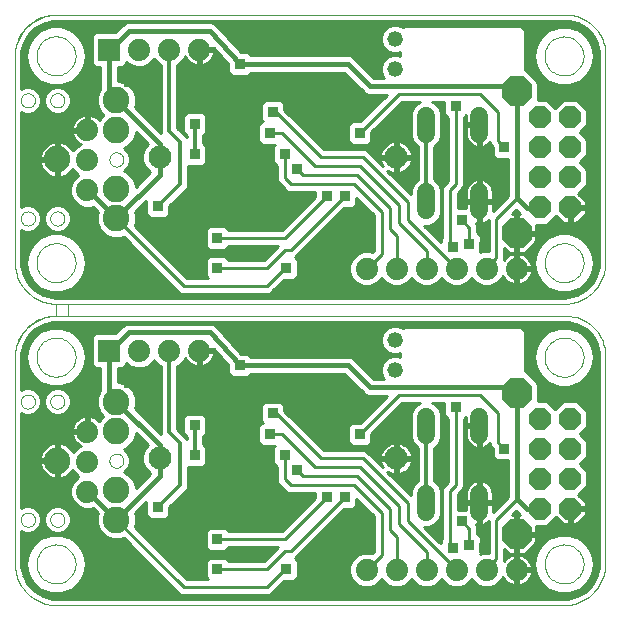
<source format=gbl>
G75*
G70*
%OFA0B0*%
%FSLAX24Y24*%
%IPPOS*%
%LPD*%
%AMOC8*
5,1,8,0,0,1.08239X$1,22.5*
%
%ADD10C,0.0000*%
%ADD11C,0.0000*%
%ADD12C,0.0886*%
%ADD13OC8,0.0740*%
%ADD14C,0.0768*%
%ADD15C,0.0520*%
%ADD16R,0.0740X0.0740*%
%ADD17C,0.0740*%
%ADD18C,0.0594*%
%ADD19OC8,0.1000*%
%ADD20C,0.0120*%
%ADD21R,0.0356X0.0356*%
%ADD22C,0.0160*%
%ADD23C,0.0100*%
%ADD24C,0.0000*%
%ADD25C,0.0886*%
%ADD26OC8,0.0740*%
%ADD27C,0.0768*%
%ADD28C,0.0520*%
%ADD29R,0.0740X0.0740*%
%ADD30C,0.0740*%
%ADD31C,0.0594*%
%ADD32OC8,0.1000*%
%ADD33C,0.0120*%
%ADD34R,0.0356X0.0356*%
%ADD35C,0.0160*%
%ADD36C,0.0100*%
D10*
X001475Y001583D02*
X001478Y001583D01*
X018407Y001583D01*
X018410Y001583D01*
X018408Y001583D02*
X018482Y001586D01*
X018556Y001593D01*
X018630Y001604D01*
X018702Y001619D01*
X018774Y001637D01*
X018845Y001660D01*
X018915Y001686D01*
X018983Y001716D01*
X019049Y001749D01*
X019114Y001786D01*
X019176Y001827D01*
X019237Y001870D01*
X019295Y001917D01*
X019350Y001967D01*
X019402Y002019D01*
X019452Y002074D01*
X019499Y002132D01*
X019542Y002193D01*
X019583Y002255D01*
X019620Y002320D01*
X019653Y002386D01*
X019683Y002454D01*
X019709Y002524D01*
X019732Y002595D01*
X019750Y002667D01*
X019765Y002739D01*
X019776Y002813D01*
X019783Y002887D01*
X019786Y002961D01*
X019785Y002961D02*
X019785Y002958D01*
X019785Y002961D02*
X019785Y009812D01*
X019785Y009857D01*
X019785Y009812D02*
X019787Y009884D01*
X019785Y009955D01*
X019780Y010027D01*
X019771Y010098D01*
X019758Y010169D01*
X019741Y010238D01*
X019720Y010307D01*
X019696Y010375D01*
X019669Y010441D01*
X019637Y010505D01*
X019603Y010568D01*
X019565Y010629D01*
X019524Y010688D01*
X019480Y010744D01*
X019432Y010798D01*
X019382Y010849D01*
X019330Y010898D01*
X019275Y010944D01*
X019217Y010987D01*
X019157Y011026D01*
X019095Y011063D01*
X019032Y011096D01*
X018967Y011125D01*
X018900Y011151D01*
X018832Y011174D01*
X018762Y011192D01*
X018692Y011207D01*
X018621Y011219D01*
X018550Y011226D01*
X018479Y011230D01*
X018407Y011229D01*
X001872Y011229D01*
X001872Y011623D01*
X018407Y011623D01*
X018410Y011623D01*
X018407Y011229D02*
X018410Y011229D01*
X018408Y011622D02*
X018482Y011625D01*
X018556Y011632D01*
X018630Y011643D01*
X018702Y011658D01*
X018774Y011676D01*
X018845Y011699D01*
X018915Y011725D01*
X018983Y011755D01*
X019049Y011788D01*
X019114Y011825D01*
X019176Y011866D01*
X019237Y011909D01*
X019295Y011956D01*
X019350Y012006D01*
X019402Y012058D01*
X019452Y012113D01*
X019499Y012171D01*
X019542Y012232D01*
X019583Y012294D01*
X019620Y012359D01*
X019653Y012425D01*
X019683Y012493D01*
X019709Y012563D01*
X019732Y012634D01*
X019750Y012706D01*
X019765Y012778D01*
X019776Y012852D01*
X019783Y012926D01*
X019786Y013000D01*
X019785Y013001D02*
X019785Y012998D01*
X019785Y013001D02*
X019785Y019851D01*
X019785Y019897D01*
X019785Y019851D02*
X019787Y019923D01*
X019785Y019994D01*
X019780Y020066D01*
X019771Y020137D01*
X019758Y020208D01*
X019741Y020277D01*
X019720Y020346D01*
X019696Y020414D01*
X019669Y020480D01*
X019637Y020544D01*
X019603Y020607D01*
X019565Y020668D01*
X019524Y020727D01*
X019480Y020783D01*
X019432Y020837D01*
X019382Y020888D01*
X019330Y020937D01*
X019275Y020983D01*
X019217Y021026D01*
X019157Y021065D01*
X019095Y021102D01*
X019032Y021135D01*
X018967Y021164D01*
X018900Y021190D01*
X018832Y021213D01*
X018762Y021231D01*
X018692Y021246D01*
X018621Y021258D01*
X018550Y021265D01*
X018479Y021269D01*
X018407Y021268D01*
X018410Y021268D01*
X018407Y021268D02*
X001478Y021268D01*
X001475Y021268D01*
X001478Y021269D02*
X001404Y021266D01*
X001330Y021259D01*
X001256Y021248D01*
X001184Y021233D01*
X001112Y021215D01*
X001041Y021192D01*
X000971Y021166D01*
X000903Y021136D01*
X000837Y021103D01*
X000772Y021066D01*
X000710Y021025D01*
X000649Y020982D01*
X000591Y020935D01*
X000536Y020885D01*
X000484Y020833D01*
X000434Y020778D01*
X000387Y020720D01*
X000344Y020659D01*
X000303Y020597D01*
X000266Y020532D01*
X000233Y020466D01*
X000203Y020398D01*
X000177Y020328D01*
X000154Y020257D01*
X000136Y020185D01*
X000121Y020113D01*
X000110Y020039D01*
X000103Y019965D01*
X000100Y019891D01*
X000100Y019890D02*
X000100Y019894D01*
X000100Y019890D02*
X000100Y013040D01*
X000100Y012998D01*
X000100Y013040D02*
X000101Y012967D01*
X000106Y012893D01*
X000114Y012821D01*
X000127Y012749D01*
X000143Y012677D01*
X000162Y012607D01*
X000186Y012537D01*
X000213Y012469D01*
X000244Y012403D01*
X000278Y012338D01*
X000315Y012275D01*
X000356Y012214D01*
X000399Y012156D01*
X000446Y012099D01*
X000496Y012045D01*
X000548Y011994D01*
X000603Y011946D01*
X000660Y011901D01*
X000720Y011858D01*
X000782Y011819D01*
X000846Y011783D01*
X000911Y011751D01*
X000979Y011722D01*
X001047Y011697D01*
X001117Y011675D01*
X001188Y011657D01*
X001260Y011642D01*
X001332Y011632D01*
X001405Y011625D01*
X001478Y011622D01*
X001478Y011623D02*
X001478Y011229D01*
X001475Y011229D01*
X001475Y011623D02*
X001478Y011623D01*
X001478Y011229D02*
X001404Y011226D01*
X001330Y011219D01*
X001256Y011208D01*
X001184Y011193D01*
X001112Y011175D01*
X001041Y011152D01*
X000971Y011126D01*
X000903Y011096D01*
X000837Y011063D01*
X000772Y011026D01*
X000710Y010985D01*
X000649Y010942D01*
X000591Y010895D01*
X000536Y010845D01*
X000484Y010793D01*
X000434Y010738D01*
X000387Y010680D01*
X000344Y010619D01*
X000303Y010557D01*
X000266Y010492D01*
X000233Y010426D01*
X000203Y010358D01*
X000177Y010288D01*
X000154Y010217D01*
X000136Y010145D01*
X000121Y010073D01*
X000110Y009999D01*
X000103Y009925D01*
X000100Y009851D01*
X000100Y009854D01*
X000100Y009851D02*
X000100Y003001D01*
X000100Y002958D01*
X000100Y003001D02*
X000101Y002928D01*
X000106Y002854D01*
X000114Y002782D01*
X000127Y002710D01*
X000143Y002638D01*
X000162Y002568D01*
X000186Y002498D01*
X000213Y002430D01*
X000244Y002364D01*
X000278Y002299D01*
X000315Y002236D01*
X000356Y002175D01*
X000399Y002117D01*
X000446Y002060D01*
X000496Y002006D01*
X000548Y001955D01*
X000603Y001907D01*
X000660Y001862D01*
X000720Y001819D01*
X000782Y001780D01*
X000846Y001744D01*
X000911Y001712D01*
X000979Y001683D01*
X001047Y001658D01*
X001117Y001636D01*
X001188Y001618D01*
X001260Y001603D01*
X001332Y001593D01*
X001405Y001586D01*
X001478Y001583D01*
D11*
X1475Y1583D02*
X1478Y1583D01*
X18407Y1583D01*
X18410Y1583D01*
X17760Y2958D02*
X17762Y3008D01*
X17768Y3058D01*
X17778Y3108D01*
X17791Y3156D01*
X17808Y3204D01*
X17829Y3250D01*
X17853Y3294D01*
X17881Y3336D01*
X17912Y3376D01*
X17946Y3413D01*
X17983Y3448D01*
X18022Y3479D01*
X18063Y3508D01*
X18107Y3533D01*
X18153Y3555D01*
X18200Y3573D01*
X18248Y3587D01*
X18297Y3598D01*
X18347Y3605D01*
X18397Y3608D01*
X18448Y3607D01*
X18498Y3602D01*
X18548Y3593D01*
X18596Y3581D01*
X18644Y3564D01*
X18690Y3544D01*
X18735Y3521D01*
X18778Y3494D01*
X18818Y3464D01*
X18856Y3431D01*
X18891Y3395D01*
X18924Y3356D01*
X18953Y3315D01*
X18979Y3272D01*
X19002Y3227D01*
X19021Y3180D01*
X19036Y3132D01*
X19048Y3083D01*
X19056Y3033D01*
X19060Y2983D01*
X19060Y2933D01*
X19056Y2883D01*
X19048Y2833D01*
X19036Y2784D01*
X19021Y2736D01*
X19002Y2689D01*
X18979Y2644D01*
X18953Y2601D01*
X18924Y2560D01*
X18891Y2521D01*
X18856Y2485D01*
X18818Y2452D01*
X18778Y2422D01*
X18735Y2395D01*
X18690Y2372D01*
X18644Y2352D01*
X18596Y2335D01*
X18548Y2323D01*
X18498Y2314D01*
X18448Y2309D01*
X18397Y2308D01*
X18347Y2311D01*
X18297Y2318D01*
X18248Y2329D01*
X18200Y2343D01*
X18153Y2361D01*
X18107Y2383D01*
X18063Y2408D01*
X18022Y2437D01*
X17983Y2468D01*
X17946Y2503D01*
X17912Y2540D01*
X17881Y2580D01*
X17853Y2622D01*
X17829Y2666D01*
X17808Y2712D01*
X17791Y2760D01*
X17778Y2808D01*
X17768Y2858D01*
X17762Y2908D01*
X17760Y2958D01*
X18407Y1583D02*
X18481Y1586D01*
X18555Y1593D01*
X18629Y1604D01*
X18701Y1619D01*
X18773Y1637D01*
X18844Y1660D01*
X18914Y1686D01*
X18982Y1716D01*
X19048Y1749D01*
X19113Y1786D01*
X19175Y1827D01*
X19236Y1870D01*
X19294Y1917D01*
X19349Y1967D01*
X19401Y2019D01*
X19451Y2074D01*
X19498Y2132D01*
X19541Y2193D01*
X19582Y2255D01*
X19619Y2320D01*
X19652Y2386D01*
X19682Y2454D01*
X19708Y2524D01*
X19731Y2595D01*
X19749Y2667D01*
X19764Y2739D01*
X19775Y2813D01*
X19782Y2887D01*
X19785Y2961D01*
X19785Y2958D01*
X19785Y2961D02*
X19785Y9812D01*
X19785Y9857D01*
X19785Y9812D02*
X19787Y9884D01*
X19785Y9955D01*
X19780Y10027D01*
X19771Y10098D01*
X19758Y10169D01*
X19741Y10238D01*
X19720Y10307D01*
X19696Y10375D01*
X19669Y10441D01*
X19637Y10505D01*
X19603Y10568D01*
X19565Y10629D01*
X19524Y10688D01*
X19480Y10744D01*
X19432Y10798D01*
X19382Y10849D01*
X19330Y10898D01*
X19275Y10944D01*
X19217Y10987D01*
X19157Y11026D01*
X19095Y11063D01*
X19032Y11096D01*
X18967Y11125D01*
X18900Y11151D01*
X18832Y11174D01*
X18762Y11192D01*
X18692Y11207D01*
X18621Y11219D01*
X18550Y11226D01*
X18479Y11230D01*
X18407Y11229D01*
X18410Y11229D01*
X18407Y11229D02*
X1478Y11229D01*
X825Y9854D02*
X827Y9904D01*
X833Y9954D01*
X843Y10004D01*
X856Y10052D01*
X873Y10100D01*
X894Y10146D01*
X918Y10190D01*
X946Y10232D01*
X977Y10272D01*
X1011Y10309D01*
X1048Y10344D01*
X1087Y10375D01*
X1128Y10404D01*
X1172Y10429D01*
X1218Y10451D01*
X1265Y10469D01*
X1313Y10483D01*
X1362Y10494D01*
X1412Y10501D01*
X1462Y10504D01*
X1513Y10503D01*
X1563Y10498D01*
X1613Y10489D01*
X1661Y10477D01*
X1709Y10460D01*
X1755Y10440D01*
X1800Y10417D01*
X1843Y10390D01*
X1883Y10360D01*
X1921Y10327D01*
X1956Y10291D01*
X1989Y10252D01*
X2018Y10211D01*
X2044Y10168D01*
X2067Y10123D01*
X2086Y10076D01*
X2101Y10028D01*
X2113Y9979D01*
X2121Y9929D01*
X2125Y9879D01*
X2125Y9829D01*
X2121Y9779D01*
X2113Y9729D01*
X2101Y9680D01*
X2086Y9632D01*
X2067Y9585D01*
X2044Y9540D01*
X2018Y9497D01*
X1989Y9456D01*
X1956Y9417D01*
X1921Y9381D01*
X1883Y9348D01*
X1843Y9318D01*
X1800Y9291D01*
X1755Y9268D01*
X1709Y9248D01*
X1661Y9231D01*
X1613Y9219D01*
X1563Y9210D01*
X1513Y9205D01*
X1462Y9204D01*
X1412Y9207D01*
X1362Y9214D01*
X1313Y9225D01*
X1265Y9239D01*
X1218Y9257D01*
X1172Y9279D01*
X1128Y9304D01*
X1087Y9333D01*
X1048Y9364D01*
X1011Y9399D01*
X977Y9436D01*
X946Y9476D01*
X918Y9518D01*
X894Y9562D01*
X873Y9608D01*
X856Y9656D01*
X843Y9704D01*
X833Y9754D01*
X827Y9804D01*
X825Y9854D01*
X100Y9851D02*
X102Y9923D01*
X108Y9995D01*
X117Y10067D01*
X130Y10138D01*
X147Y10208D01*
X167Y10277D01*
X192Y10345D01*
X219Y10411D01*
X250Y10477D01*
X285Y10540D01*
X322Y10602D01*
X363Y10661D01*
X407Y10718D01*
X454Y10773D01*
X504Y10825D01*
X556Y10875D01*
X611Y10922D01*
X668Y10966D01*
X727Y11007D01*
X789Y11044D01*
X852Y11079D01*
X918Y11110D01*
X984Y11137D01*
X1052Y11162D01*
X1121Y11182D01*
X1191Y11199D01*
X1262Y11212D01*
X1334Y11221D01*
X1406Y11227D01*
X1478Y11229D01*
X100Y9854D02*
X100Y9851D01*
X100Y3001D01*
X100Y2958D01*
X825Y2958D02*
X827Y3008D01*
X833Y3058D01*
X843Y3108D01*
X856Y3156D01*
X873Y3204D01*
X894Y3250D01*
X918Y3294D01*
X946Y3336D01*
X977Y3376D01*
X1011Y3413D01*
X1048Y3448D01*
X1087Y3479D01*
X1128Y3508D01*
X1172Y3533D01*
X1218Y3555D01*
X1265Y3573D01*
X1313Y3587D01*
X1362Y3598D01*
X1412Y3605D01*
X1462Y3608D01*
X1513Y3607D01*
X1563Y3602D01*
X1613Y3593D01*
X1661Y3581D01*
X1709Y3564D01*
X1755Y3544D01*
X1800Y3521D01*
X1843Y3494D01*
X1883Y3464D01*
X1921Y3431D01*
X1956Y3395D01*
X1989Y3356D01*
X2018Y3315D01*
X2044Y3272D01*
X2067Y3227D01*
X2086Y3180D01*
X2101Y3132D01*
X2113Y3083D01*
X2121Y3033D01*
X2125Y2983D01*
X2125Y2933D01*
X2121Y2883D01*
X2113Y2833D01*
X2101Y2784D01*
X2086Y2736D01*
X2067Y2689D01*
X2044Y2644D01*
X2018Y2601D01*
X1989Y2560D01*
X1956Y2521D01*
X1921Y2485D01*
X1883Y2452D01*
X1843Y2422D01*
X1800Y2395D01*
X1755Y2372D01*
X1709Y2352D01*
X1661Y2335D01*
X1613Y2323D01*
X1563Y2314D01*
X1513Y2309D01*
X1462Y2308D01*
X1412Y2311D01*
X1362Y2318D01*
X1313Y2329D01*
X1265Y2343D01*
X1218Y2361D01*
X1172Y2383D01*
X1128Y2408D01*
X1087Y2437D01*
X1048Y2468D01*
X1011Y2503D01*
X977Y2540D01*
X946Y2580D01*
X918Y2622D01*
X894Y2666D01*
X873Y2712D01*
X856Y2760D01*
X843Y2808D01*
X833Y2858D01*
X827Y2908D01*
X825Y2958D01*
X99Y3001D02*
X100Y2928D01*
X105Y2854D01*
X113Y2782D01*
X126Y2710D01*
X142Y2638D01*
X161Y2568D01*
X185Y2498D01*
X212Y2430D01*
X243Y2364D01*
X277Y2299D01*
X314Y2236D01*
X355Y2175D01*
X398Y2117D01*
X445Y2060D01*
X495Y2006D01*
X547Y1955D01*
X602Y1907D01*
X659Y1862D01*
X719Y1819D01*
X781Y1780D01*
X845Y1744D01*
X910Y1712D01*
X978Y1683D01*
X1046Y1658D01*
X1116Y1636D01*
X1187Y1618D01*
X1259Y1603D01*
X1331Y1593D01*
X1404Y1586D01*
X1477Y1583D01*
X1281Y4434D02*
X1283Y4464D01*
X1289Y4494D01*
X1298Y4523D01*
X1311Y4550D01*
X1328Y4575D01*
X1347Y4598D01*
X1370Y4619D01*
X1395Y4636D01*
X1421Y4650D01*
X1450Y4660D01*
X1479Y4667D01*
X1509Y4670D01*
X1540Y4669D01*
X1570Y4664D01*
X1599Y4655D01*
X1626Y4643D01*
X1652Y4628D01*
X1676Y4609D01*
X1697Y4587D01*
X1715Y4563D01*
X1730Y4536D01*
X1741Y4508D01*
X1749Y4479D01*
X1753Y4449D01*
X1753Y4419D01*
X1749Y4389D01*
X1741Y4360D01*
X1730Y4332D01*
X1715Y4305D01*
X1697Y4281D01*
X1676Y4259D01*
X1652Y4240D01*
X1626Y4225D01*
X1599Y4213D01*
X1570Y4204D01*
X1540Y4199D01*
X1509Y4198D01*
X1479Y4201D01*
X1450Y4208D01*
X1421Y4218D01*
X1395Y4232D01*
X1370Y4249D01*
X1347Y4270D01*
X1328Y4293D01*
X1311Y4318D01*
X1298Y4345D01*
X1289Y4374D01*
X1283Y4404D01*
X1281Y4434D01*
X297Y4434D02*
X299Y4464D01*
X305Y4494D01*
X314Y4523D01*
X327Y4550D01*
X344Y4575D01*
X363Y4598D01*
X386Y4619D01*
X411Y4636D01*
X437Y4650D01*
X466Y4660D01*
X495Y4667D01*
X525Y4670D01*
X556Y4669D01*
X586Y4664D01*
X615Y4655D01*
X642Y4643D01*
X668Y4628D01*
X692Y4609D01*
X713Y4587D01*
X731Y4563D01*
X746Y4536D01*
X757Y4508D01*
X765Y4479D01*
X769Y4449D01*
X769Y4419D01*
X765Y4389D01*
X757Y4360D01*
X746Y4332D01*
X731Y4305D01*
X713Y4281D01*
X692Y4259D01*
X668Y4240D01*
X642Y4225D01*
X615Y4213D01*
X586Y4204D01*
X556Y4199D01*
X525Y4198D01*
X495Y4201D01*
X466Y4208D01*
X437Y4218D01*
X411Y4232D01*
X386Y4249D01*
X363Y4270D01*
X344Y4293D01*
X327Y4318D01*
X314Y4345D01*
X305Y4374D01*
X299Y4404D01*
X297Y4434D01*
X3250Y6402D02*
X3252Y6432D01*
X3258Y6462D01*
X3267Y6491D01*
X3280Y6518D01*
X3297Y6543D01*
X3316Y6566D01*
X3339Y6587D01*
X3364Y6604D01*
X3390Y6618D01*
X3419Y6628D01*
X3448Y6635D01*
X3478Y6638D01*
X3509Y6637D01*
X3539Y6632D01*
X3568Y6623D01*
X3595Y6611D01*
X3621Y6596D01*
X3645Y6577D01*
X3666Y6555D01*
X3684Y6531D01*
X3699Y6504D01*
X3710Y6476D01*
X3718Y6447D01*
X3722Y6417D01*
X3722Y6387D01*
X3718Y6357D01*
X3710Y6328D01*
X3699Y6300D01*
X3684Y6273D01*
X3666Y6249D01*
X3645Y6227D01*
X3621Y6208D01*
X3595Y6193D01*
X3568Y6181D01*
X3539Y6172D01*
X3509Y6167D01*
X3478Y6166D01*
X3448Y6169D01*
X3419Y6176D01*
X3390Y6186D01*
X3364Y6200D01*
X3339Y6217D01*
X3316Y6238D01*
X3297Y6261D01*
X3280Y6286D01*
X3267Y6313D01*
X3258Y6342D01*
X3252Y6372D01*
X3250Y6402D01*
X1281Y8371D02*
X1283Y8401D01*
X1289Y8431D01*
X1298Y8460D01*
X1311Y8487D01*
X1328Y8512D01*
X1347Y8535D01*
X1370Y8556D01*
X1395Y8573D01*
X1421Y8587D01*
X1450Y8597D01*
X1479Y8604D01*
X1509Y8607D01*
X1540Y8606D01*
X1570Y8601D01*
X1599Y8592D01*
X1626Y8580D01*
X1652Y8565D01*
X1676Y8546D01*
X1697Y8524D01*
X1715Y8500D01*
X1730Y8473D01*
X1741Y8445D01*
X1749Y8416D01*
X1753Y8386D01*
X1753Y8356D01*
X1749Y8326D01*
X1741Y8297D01*
X1730Y8269D01*
X1715Y8242D01*
X1697Y8218D01*
X1676Y8196D01*
X1652Y8177D01*
X1626Y8162D01*
X1599Y8150D01*
X1570Y8141D01*
X1540Y8136D01*
X1509Y8135D01*
X1479Y8138D01*
X1450Y8145D01*
X1421Y8155D01*
X1395Y8169D01*
X1370Y8186D01*
X1347Y8207D01*
X1328Y8230D01*
X1311Y8255D01*
X1298Y8282D01*
X1289Y8311D01*
X1283Y8341D01*
X1281Y8371D01*
X297Y8371D02*
X299Y8401D01*
X305Y8431D01*
X314Y8460D01*
X327Y8487D01*
X344Y8512D01*
X363Y8535D01*
X386Y8556D01*
X411Y8573D01*
X437Y8587D01*
X466Y8597D01*
X495Y8604D01*
X525Y8607D01*
X556Y8606D01*
X586Y8601D01*
X615Y8592D01*
X642Y8580D01*
X668Y8565D01*
X692Y8546D01*
X713Y8524D01*
X731Y8500D01*
X746Y8473D01*
X757Y8445D01*
X765Y8416D01*
X769Y8386D01*
X769Y8356D01*
X765Y8326D01*
X757Y8297D01*
X746Y8269D01*
X731Y8242D01*
X713Y8218D01*
X692Y8196D01*
X668Y8177D01*
X642Y8162D01*
X615Y8150D01*
X586Y8141D01*
X556Y8136D01*
X525Y8135D01*
X495Y8138D01*
X466Y8145D01*
X437Y8155D01*
X411Y8169D01*
X386Y8186D01*
X363Y8207D01*
X344Y8230D01*
X327Y8255D01*
X314Y8282D01*
X305Y8311D01*
X299Y8341D01*
X297Y8371D01*
X17757Y9851D02*
X17759Y9901D01*
X17765Y9951D01*
X17775Y10001D01*
X17788Y10049D01*
X17805Y10097D01*
X17826Y10143D01*
X17850Y10187D01*
X17878Y10229D01*
X17909Y10269D01*
X17943Y10306D01*
X17980Y10341D01*
X18019Y10372D01*
X18060Y10401D01*
X18104Y10426D01*
X18150Y10448D01*
X18197Y10466D01*
X18245Y10480D01*
X18294Y10491D01*
X18344Y10498D01*
X18394Y10501D01*
X18445Y10500D01*
X18495Y10495D01*
X18545Y10486D01*
X18593Y10474D01*
X18641Y10457D01*
X18687Y10437D01*
X18732Y10414D01*
X18775Y10387D01*
X18815Y10357D01*
X18853Y10324D01*
X18888Y10288D01*
X18921Y10249D01*
X18950Y10208D01*
X18976Y10165D01*
X18999Y10120D01*
X19018Y10073D01*
X19033Y10025D01*
X19045Y9976D01*
X19053Y9926D01*
X19057Y9876D01*
X19057Y9826D01*
X19053Y9776D01*
X19045Y9726D01*
X19033Y9677D01*
X19018Y9629D01*
X18999Y9582D01*
X18976Y9537D01*
X18950Y9494D01*
X18921Y9453D01*
X18888Y9414D01*
X18853Y9378D01*
X18815Y9345D01*
X18775Y9315D01*
X18732Y9288D01*
X18687Y9265D01*
X18641Y9245D01*
X18593Y9228D01*
X18545Y9216D01*
X18495Y9207D01*
X18445Y9202D01*
X18394Y9201D01*
X18344Y9204D01*
X18294Y9211D01*
X18245Y9222D01*
X18197Y9236D01*
X18150Y9254D01*
X18104Y9276D01*
X18060Y9301D01*
X18019Y9330D01*
X17980Y9361D01*
X17943Y9396D01*
X17909Y9433D01*
X17878Y9473D01*
X17850Y9515D01*
X17826Y9559D01*
X17805Y9605D01*
X17788Y9653D01*
X17775Y9701D01*
X17765Y9751D01*
X17759Y9801D01*
X17757Y9851D01*
D12*
X3486Y8371D03*
X3486Y7386D03*
X1517Y6402D03*
X3486Y5418D03*
X3486Y4434D03*
D13*
X17608Y4801D03*
X18608Y4801D03*
X18608Y5801D03*
X17608Y5801D03*
X17608Y6801D03*
X18608Y6801D03*
X18608Y7801D03*
X17608Y7801D03*
D14*
X12809Y6480D03*
X4935Y6480D03*
D15*
X12775Y9415D03*
X12775Y10415D03*
D16*
X3241Y10062D03*
D17*
X4241Y10062D03*
X5241Y10062D03*
X6241Y10062D03*
X2520Y7373D03*
X2520Y6373D03*
X2520Y5373D03*
X11827Y2759D03*
X12827Y2759D03*
X13827Y2759D03*
X14827Y2759D03*
X15827Y2759D03*
X16827Y2759D03*
D18*
X15586Y4707D02*
X15586Y5301D01*
X13814Y5301D02*
X13814Y4707D01*
X13814Y7266D02*
X13814Y7860D01*
X15586Y7860D02*
X15586Y7266D01*
D19*
X16832Y8670D03*
X16832Y3946D03*
D20*
X15600Y4990D02*
X15586Y5004D01*
X13814Y5004D02*
X13814Y7563D01*
X6100Y7583D02*
X6100Y6583D01*
X5600Y6983D02*
X5241Y7342D01*
X5241Y10062D01*
X5600Y6983D02*
X5600Y5583D01*
X4865Y4849D01*
D21*
X4865Y4849D03*
X6850Y3783D03*
X7700Y4533D03*
X9500Y6083D03*
X9100Y6583D03*
X8600Y7283D03*
X8700Y7983D03*
X9500Y7983D03*
X11000Y8083D03*
X11600Y7283D03*
X12593Y7480D03*
X14400Y6833D03*
X14200Y5883D03*
X16250Y5183D03*
X15000Y4383D03*
X15250Y3583D03*
X15750Y3483D03*
X14700Y3483D03*
X11850Y3533D03*
X9150Y2783D03*
X6850Y2783D03*
X10500Y5183D03*
X11100Y5183D03*
X6700Y6583D03*
X6100Y6583D03*
X6100Y7583D03*
X4100Y6383D03*
X1700Y5183D03*
X2487Y4396D03*
X1700Y7583D03*
X2700Y8983D03*
X3903Y8983D03*
X4800Y8983D03*
X5900Y8983D03*
X7600Y9583D03*
X7500Y10383D03*
X12100Y9783D03*
X14800Y8183D03*
X16417Y6801D03*
X16350Y6283D03*
X17750Y8583D03*
D22*
X16832Y8670D02*
X16832Y5116D01*
X17164Y4783D01*
X17590Y4783D01*
X17608Y4801D01*
X15586Y5004D02*
X15586Y7563D01*
X16832Y8670D02*
X16660Y8842D01*
X11941Y8842D01*
X11200Y9583D01*
X7600Y9583D01*
X6600Y10683D01*
X3900Y10683D01*
X3282Y10062D01*
X3241Y10062D01*
X3241Y8615D01*
X3486Y8371D01*
X4935Y6921D01*
X4935Y6480D01*
X4935Y5883D01*
X3486Y4434D01*
X2546Y5373D01*
X2520Y5373D01*
X3486Y8371D02*
X3438Y8418D01*
D23*
X2905Y8675D02*
X1843Y8675D01*
X1895Y8623D02*
X1770Y8749D01*
X1606Y8817D01*
X1428Y8817D01*
X1264Y8749D01*
X1139Y8623D01*
X1071Y8459D01*
X1071Y8282D01*
X1139Y8118D01*
X1264Y7992D01*
X1428Y7925D01*
X1606Y7925D01*
X1770Y7992D01*
X1895Y8118D01*
X1963Y8282D01*
X1963Y8459D01*
X1895Y8623D01*
X1915Y8577D02*
X2864Y8577D01*
X2833Y8501D02*
X2833Y8241D01*
X2932Y8001D01*
X3054Y7879D01*
X2932Y7756D01*
X2914Y7714D01*
X2858Y7770D01*
X2792Y7818D01*
X2719Y7855D01*
X2641Y7881D01*
X2570Y7892D01*
X2570Y7423D01*
X2470Y7423D01*
X2470Y7323D01*
X2001Y7323D01*
X2013Y7252D01*
X2038Y7174D01*
X2075Y7101D01*
X2123Y7035D01*
X2181Y6977D01*
X2247Y6929D01*
X2291Y6906D01*
X2191Y6865D01*
X2029Y6703D01*
X2024Y6713D01*
X1969Y6788D01*
X1903Y6854D01*
X1828Y6909D01*
X1745Y6952D01*
X1656Y6981D01*
X1567Y6995D01*
X1567Y6452D01*
X1467Y6452D01*
X1467Y6352D01*
X1567Y6352D01*
X1567Y5810D01*
X1656Y5824D01*
X1745Y5853D01*
X1828Y5895D01*
X1903Y5950D01*
X1969Y6016D01*
X2057Y6016D01*
X2028Y6045D02*
X2191Y5882D01*
X2211Y5873D01*
X2191Y5865D01*
X2028Y5702D01*
X1940Y5489D01*
X1940Y5258D01*
X2028Y5045D01*
X2191Y4882D01*
X2404Y4793D01*
X2635Y4793D01*
X2692Y4817D01*
X2866Y4643D01*
X2833Y4564D01*
X2833Y4304D01*
X2932Y4064D01*
X3116Y3880D01*
X3356Y3781D01*
X3615Y3781D01*
X3725Y3826D01*
X5589Y1963D01*
X5684Y1923D01*
X8551Y1923D01*
X8647Y1963D01*
X8720Y2036D01*
X9079Y2395D01*
X9415Y2395D01*
X9538Y2518D01*
X9538Y3048D01*
X9430Y3156D01*
X9447Y3163D01*
X11079Y4795D01*
X11365Y4795D01*
X11488Y4918D01*
X11488Y5128D01*
X12067Y4549D01*
X12067Y3367D01*
X12010Y3311D01*
X11942Y3339D01*
X11711Y3339D01*
X11498Y3251D01*
X11335Y3088D01*
X11247Y2875D01*
X11247Y2644D01*
X11335Y2431D01*
X11498Y2268D01*
X11711Y2179D01*
X11942Y2179D01*
X12155Y2268D01*
X12318Y2431D01*
X12327Y2451D01*
X12335Y2431D01*
X12498Y2268D01*
X12711Y2179D01*
X12942Y2179D01*
X13155Y2268D01*
X13318Y2431D01*
X13327Y2451D01*
X13335Y2431D01*
X13498Y2268D01*
X13711Y2179D01*
X13942Y2179D01*
X14155Y2268D01*
X14318Y2431D01*
X14327Y2451D01*
X14335Y2431D01*
X14498Y2268D01*
X14711Y2179D01*
X14942Y2179D01*
X15155Y2268D01*
X15318Y2431D01*
X15327Y2451D01*
X15335Y2431D01*
X15498Y2268D01*
X15711Y2179D01*
X15942Y2179D01*
X16155Y2268D01*
X16318Y2431D01*
X16360Y2531D01*
X16382Y2487D01*
X16430Y2421D01*
X16488Y2363D01*
X16554Y2315D01*
X16627Y2277D01*
X16705Y2252D01*
X16777Y2241D01*
X16777Y2709D01*
X16877Y2709D01*
X16877Y2809D01*
X17345Y2809D01*
X17334Y2881D01*
X17308Y2959D01*
X17271Y3032D01*
X17223Y3098D01*
X17165Y3156D01*
X17099Y3204D01*
X17026Y3241D01*
X16948Y3267D01*
X16877Y3278D01*
X16877Y2809D01*
X16777Y2809D01*
X16777Y3278D01*
X16705Y3267D01*
X16627Y3241D01*
X16554Y3204D01*
X16488Y3156D01*
X16430Y3098D01*
X16399Y3055D01*
X16410Y3082D01*
X16410Y3449D01*
X16563Y3296D01*
X16782Y3296D01*
X16782Y3896D01*
X16882Y3896D01*
X16882Y3996D01*
X16782Y3996D01*
X16782Y4596D01*
X16680Y4596D01*
X16811Y4727D01*
X16942Y4596D01*
X16882Y4596D01*
X16882Y3996D01*
X17482Y3996D01*
X17482Y4215D01*
X17476Y4221D01*
X17848Y4221D01*
X18150Y4523D01*
X18392Y4281D01*
X18558Y4281D01*
X18558Y4751D01*
X18658Y4751D01*
X18658Y4851D01*
X19128Y4851D01*
X19128Y5016D01*
X18885Y5259D01*
X19188Y5561D01*
X19188Y6041D01*
X18928Y6301D01*
X19188Y6561D01*
X19188Y7041D01*
X18928Y7301D01*
X19188Y7561D01*
X19188Y8041D01*
X18848Y8381D01*
X18367Y8381D01*
X18108Y8121D01*
X17848Y8381D01*
X17542Y8381D01*
X17542Y8964D01*
X17126Y9380D01*
X17110Y9380D01*
X17110Y10720D01*
X16987Y10843D01*
X13063Y10843D01*
X13035Y10816D01*
X12868Y10885D01*
X12681Y10885D01*
X12509Y10814D01*
X12376Y10681D01*
X12305Y10509D01*
X12305Y10322D01*
X12376Y10149D01*
X12509Y10017D01*
X12681Y9945D01*
X12868Y9945D01*
X12940Y9975D01*
X12940Y9856D01*
X12868Y9885D01*
X12681Y9885D01*
X12509Y9814D01*
X12376Y9681D01*
X12305Y9509D01*
X12305Y9322D01*
X12376Y9149D01*
X12393Y9132D01*
X12061Y9132D01*
X11446Y9748D01*
X11364Y9829D01*
X11257Y9873D01*
X7963Y9873D01*
X7865Y9971D01*
X7639Y9971D01*
X6848Y10841D01*
X6846Y10848D01*
X6810Y10884D01*
X6776Y10921D01*
X6769Y10924D01*
X6764Y10929D01*
X6717Y10949D01*
X6671Y10970D01*
X6664Y10971D01*
X6657Y10973D01*
X6607Y10973D01*
X6556Y10976D01*
X6549Y10973D01*
X3957Y10973D01*
X3957Y10973D01*
X3900Y10973D01*
X3842Y10973D01*
X3842Y10973D01*
X3841Y10973D01*
X3789Y10951D01*
X3735Y10929D01*
X3735Y10929D01*
X3735Y10929D01*
X3695Y10888D01*
X3654Y10848D01*
X3654Y10847D01*
X3450Y10642D01*
X2784Y10642D01*
X2661Y10519D01*
X2661Y9605D01*
X2784Y9482D01*
X2951Y9482D01*
X2951Y8760D01*
X2932Y8741D01*
X2833Y8501D01*
X2833Y8478D02*
X1955Y8478D01*
X1963Y8380D02*
X2833Y8380D01*
X2833Y8281D02*
X1963Y8281D01*
X1922Y8183D02*
X2857Y8183D01*
X2897Y8084D02*
X1862Y8084D01*
X1754Y7986D02*
X2947Y7986D01*
X3046Y7887D02*
X2598Y7887D01*
X2570Y7887D02*
X2470Y7887D01*
X2470Y7892D02*
X2398Y7881D01*
X2320Y7855D01*
X2247Y7818D01*
X2181Y7770D01*
X2123Y7712D01*
X2075Y7646D01*
X2038Y7573D01*
X2013Y7495D01*
X2001Y7423D01*
X2470Y7423D01*
X2470Y7892D01*
X2441Y7887D02*
X310Y7887D01*
X310Y7980D02*
X444Y7925D01*
X622Y7925D01*
X786Y7992D01*
X911Y8118D01*
X979Y8282D01*
X979Y8459D01*
X911Y8623D01*
X786Y8749D01*
X622Y8817D01*
X444Y8817D01*
X310Y8761D01*
X310Y9851D01*
X320Y10003D01*
X399Y10298D01*
X551Y10562D01*
X767Y10778D01*
X1031Y10930D01*
X1325Y11009D01*
X1478Y11019D01*
X18324Y11019D01*
X18326Y11016D01*
X18410Y11019D01*
X18416Y11019D01*
X18569Y11013D01*
X18871Y10937D01*
X19141Y10781D01*
X19358Y10558D01*
X19506Y10284D01*
X19573Y9980D01*
X19575Y9856D01*
X19575Y9818D01*
X19570Y9737D01*
X19575Y9732D01*
X19575Y2964D01*
X19563Y2812D01*
X19481Y2519D01*
X19328Y2256D01*
X19112Y2040D01*
X18849Y1887D01*
X18556Y1805D01*
X18404Y1793D01*
X1480Y1793D01*
X1326Y1806D01*
X1027Y1890D01*
X761Y2049D01*
X545Y2271D01*
X394Y2542D01*
X318Y2843D01*
X310Y2997D01*
X310Y2999D01*
X311Y3085D01*
X310Y3086D01*
X310Y4043D01*
X444Y3988D01*
X622Y3988D01*
X786Y4055D01*
X911Y4181D01*
X979Y4345D01*
X979Y4522D01*
X911Y4686D01*
X786Y4812D01*
X622Y4880D01*
X444Y4880D01*
X310Y4824D01*
X310Y7980D01*
X310Y7789D02*
X2207Y7789D01*
X2107Y7690D02*
X310Y7690D01*
X310Y7592D02*
X2047Y7592D01*
X2012Y7493D02*
X310Y7493D01*
X310Y7395D02*
X2470Y7395D01*
X2470Y7493D02*
X2570Y7493D01*
X2570Y7592D02*
X2470Y7592D01*
X2470Y7690D02*
X2570Y7690D01*
X2570Y7789D02*
X2470Y7789D01*
X2832Y7789D02*
X2965Y7789D01*
X2005Y7296D02*
X310Y7296D01*
X310Y7198D02*
X2030Y7198D01*
X2076Y7099D02*
X310Y7099D01*
X310Y7001D02*
X2157Y7001D01*
X2281Y6902D02*
X1837Y6902D01*
X1954Y6804D02*
X2130Y6804D01*
X2032Y6705D02*
X2028Y6705D01*
X1567Y6705D02*
X1467Y6705D01*
X1467Y6607D02*
X1567Y6607D01*
X1567Y6508D02*
X1467Y6508D01*
X1467Y6452D02*
X1467Y6995D01*
X1378Y6981D01*
X1289Y6952D01*
X1206Y6909D01*
X1131Y6854D01*
X1065Y6788D01*
X1010Y6713D01*
X968Y6630D01*
X939Y6541D01*
X925Y6452D01*
X1467Y6452D01*
X1467Y6410D02*
X310Y6410D01*
X310Y6508D02*
X934Y6508D01*
X960Y6607D02*
X310Y6607D01*
X310Y6705D02*
X1006Y6705D01*
X1080Y6804D02*
X310Y6804D01*
X310Y6902D02*
X1197Y6902D01*
X1467Y6902D02*
X1567Y6902D01*
X1567Y6804D02*
X1467Y6804D01*
X1467Y6352D02*
X925Y6352D01*
X939Y6263D01*
X968Y6175D01*
X1010Y6091D01*
X1065Y6016D01*
X310Y6016D01*
X310Y6114D02*
X998Y6114D01*
X955Y6213D02*
X310Y6213D01*
X310Y6311D02*
X931Y6311D01*
X1065Y6016D02*
X1131Y5950D01*
X1206Y5895D01*
X1289Y5853D01*
X1378Y5824D01*
X1467Y5810D01*
X1467Y6352D01*
X1467Y6311D02*
X1567Y6311D01*
X1567Y6213D02*
X1467Y6213D01*
X1467Y6114D02*
X1567Y6114D01*
X1567Y6016D02*
X1467Y6016D01*
X1467Y5917D02*
X1567Y5917D01*
X1567Y5819D02*
X1467Y5819D01*
X1410Y5819D02*
X310Y5819D01*
X310Y5917D02*
X1176Y5917D01*
X1624Y5819D02*
X2145Y5819D01*
X2155Y5917D02*
X1858Y5917D01*
X1969Y6016D02*
X2014Y6078D01*
X2028Y6045D01*
X2046Y5720D02*
X310Y5720D01*
X310Y5622D02*
X1995Y5622D01*
X1954Y5523D02*
X310Y5523D01*
X310Y5425D02*
X1940Y5425D01*
X1940Y5326D02*
X310Y5326D01*
X310Y5228D02*
X1952Y5228D01*
X1993Y5129D02*
X310Y5129D01*
X310Y5031D02*
X2042Y5031D01*
X2140Y4932D02*
X310Y4932D01*
X310Y4834D02*
X333Y4834D01*
X733Y4834D02*
X1317Y4834D01*
X1264Y4812D02*
X1139Y4686D01*
X1071Y4522D01*
X1071Y4345D01*
X1139Y4181D01*
X1264Y4055D01*
X1428Y3988D01*
X1606Y3988D01*
X1770Y4055D01*
X1895Y4181D01*
X1963Y4345D01*
X1963Y4522D01*
X1895Y4686D01*
X1770Y4812D01*
X1606Y4880D01*
X1428Y4880D01*
X1264Y4812D01*
X1188Y4735D02*
X862Y4735D01*
X932Y4637D02*
X1118Y4637D01*
X1077Y4538D02*
X972Y4538D01*
X979Y4440D02*
X1071Y4440D01*
X1072Y4341D02*
X978Y4341D01*
X937Y4243D02*
X1113Y4243D01*
X1175Y4144D02*
X874Y4144D01*
X762Y4046D02*
X1287Y4046D01*
X1302Y3938D02*
X977Y3820D01*
X977Y3820D01*
X712Y3598D01*
X539Y3298D01*
X479Y2958D01*
X539Y2618D01*
X712Y2318D01*
X977Y2096D01*
X1302Y1978D01*
X1425Y1978D01*
X1647Y1978D01*
X1972Y2096D01*
X2237Y2318D01*
X2237Y2318D01*
X2237Y2318D01*
X2410Y2618D01*
X2470Y2958D01*
X2410Y3298D01*
X2410Y3298D01*
X2237Y3598D01*
X1972Y3820D01*
X1647Y3938D01*
X1302Y3938D01*
X1056Y3849D02*
X310Y3849D01*
X310Y3947D02*
X3049Y3947D01*
X2950Y4046D02*
X1747Y4046D01*
X1859Y4144D02*
X2899Y4144D01*
X2858Y4243D02*
X1921Y4243D01*
X1962Y4341D02*
X2833Y4341D01*
X2833Y4440D02*
X1963Y4440D01*
X1957Y4538D02*
X2833Y4538D01*
X2863Y4637D02*
X1916Y4637D01*
X1846Y4735D02*
X2774Y4735D01*
X2307Y4834D02*
X1717Y4834D01*
X1893Y3849D02*
X3191Y3849D01*
X3801Y3750D02*
X2055Y3750D01*
X1972Y3820D02*
X1972Y3820D01*
X2172Y3652D02*
X3900Y3652D01*
X3998Y3553D02*
X2263Y3553D01*
X2237Y3598D02*
X2237Y3598D01*
X2319Y3455D02*
X4097Y3455D01*
X4195Y3356D02*
X2376Y3356D01*
X2417Y3258D02*
X4294Y3258D01*
X4392Y3159D02*
X2434Y3159D01*
X2452Y3061D02*
X4491Y3061D01*
X4589Y2962D02*
X2469Y2962D01*
X2470Y2958D02*
X2470Y2958D01*
X2453Y2864D02*
X4688Y2864D01*
X4786Y2765D02*
X2436Y2765D01*
X2418Y2667D02*
X4885Y2667D01*
X4983Y2568D02*
X2381Y2568D01*
X2410Y2618D02*
X2410Y2618D01*
X2324Y2470D02*
X5082Y2470D01*
X5180Y2371D02*
X2267Y2371D01*
X2182Y2273D02*
X5279Y2273D01*
X5377Y2174D02*
X2065Y2174D01*
X1916Y2076D02*
X5476Y2076D01*
X5574Y1977D02*
X881Y1977D01*
X977Y2096D02*
X977Y2096D01*
X1033Y2076D02*
X735Y2076D01*
X639Y2174D02*
X884Y2174D01*
X767Y2273D02*
X544Y2273D01*
X489Y2371D02*
X682Y2371D01*
X712Y2318D02*
X712Y2318D01*
X625Y2470D02*
X434Y2470D01*
X387Y2568D02*
X568Y2568D01*
X539Y2618D02*
X539Y2618D01*
X531Y2667D02*
X362Y2667D01*
X337Y2765D02*
X513Y2765D01*
X496Y2864D02*
X317Y2864D01*
X312Y2962D02*
X480Y2962D01*
X479Y2958D02*
X479Y2958D01*
X498Y3061D02*
X311Y3061D01*
X310Y3159D02*
X515Y3159D01*
X532Y3258D02*
X310Y3258D01*
X310Y3356D02*
X573Y3356D01*
X539Y3298D02*
X539Y3298D01*
X630Y3455D02*
X310Y3455D01*
X310Y3553D02*
X687Y3553D01*
X712Y3598D02*
X712Y3598D01*
X712Y3598D01*
X777Y3652D02*
X310Y3652D01*
X310Y3750D02*
X894Y3750D01*
X3486Y4434D02*
X5736Y2183D01*
X8500Y2183D01*
X9100Y2783D01*
X9150Y2783D01*
X9538Y2765D02*
X11247Y2765D01*
X11247Y2667D02*
X9538Y2667D01*
X9538Y2568D02*
X11278Y2568D01*
X11319Y2470D02*
X9489Y2470D01*
X9055Y2371D02*
X11394Y2371D01*
X11493Y2273D02*
X8957Y2273D01*
X8858Y2174D02*
X17819Y2174D01*
X17912Y2096D02*
X17648Y2318D01*
X17648Y2318D01*
X17475Y2618D01*
X17475Y2618D01*
X17415Y2958D01*
X17415Y2958D01*
X17475Y3298D01*
X17475Y3298D01*
X17648Y3598D01*
X17648Y3598D01*
X17912Y3820D01*
X17912Y3820D01*
X18237Y3938D01*
X18583Y3938D01*
X18908Y3820D01*
X18908Y3820D01*
X19172Y3598D01*
X19172Y3598D01*
X19345Y3298D01*
X19345Y3298D01*
X19405Y2958D01*
X19405Y2958D01*
X19345Y2618D01*
X19345Y2618D01*
X19172Y2318D01*
X19172Y2318D01*
X19172Y2318D01*
X18908Y2096D01*
X18908Y2096D01*
X18583Y1978D01*
X18583Y1978D01*
X18460Y1978D01*
X18237Y1978D01*
X17912Y2096D01*
X17912Y2096D01*
X17969Y2076D02*
X8760Y2076D01*
X8661Y1977D02*
X19004Y1977D01*
X19148Y2076D02*
X18851Y2076D01*
X19000Y2174D02*
X19246Y2174D01*
X19338Y2273D02*
X19118Y2273D01*
X19203Y2371D02*
X19395Y2371D01*
X19453Y2470D02*
X19260Y2470D01*
X19317Y2568D02*
X19495Y2568D01*
X19522Y2667D02*
X19354Y2667D01*
X19371Y2765D02*
X19550Y2765D01*
X19567Y2864D02*
X19388Y2864D01*
X19404Y2962D02*
X19575Y2962D01*
X19575Y3061D02*
X19387Y3061D01*
X19370Y3159D02*
X19575Y3159D01*
X19575Y3258D02*
X19352Y3258D01*
X19312Y3356D02*
X19575Y3356D01*
X19575Y3455D02*
X19255Y3455D01*
X19198Y3553D02*
X19575Y3553D01*
X19575Y3652D02*
X19108Y3652D01*
X18990Y3750D02*
X19575Y3750D01*
X19575Y3849D02*
X18828Y3849D01*
X18823Y4281D02*
X19128Y4586D01*
X19128Y4751D01*
X18658Y4751D01*
X18658Y4281D01*
X18823Y4281D01*
X18883Y4341D02*
X19575Y4341D01*
X19575Y4243D02*
X17870Y4243D01*
X17968Y4341D02*
X18332Y4341D01*
X18233Y4440D02*
X18067Y4440D01*
X18558Y4440D02*
X18658Y4440D01*
X18658Y4538D02*
X18558Y4538D01*
X18558Y4637D02*
X18658Y4637D01*
X18658Y4735D02*
X18558Y4735D01*
X18658Y4834D02*
X19575Y4834D01*
X19575Y4932D02*
X19128Y4932D01*
X19113Y5031D02*
X19575Y5031D01*
X19575Y5129D02*
X19015Y5129D01*
X18916Y5228D02*
X19575Y5228D01*
X19575Y5326D02*
X18953Y5326D01*
X19052Y5425D02*
X19575Y5425D01*
X19575Y5523D02*
X19150Y5523D01*
X19188Y5622D02*
X19575Y5622D01*
X19575Y5720D02*
X19188Y5720D01*
X19188Y5819D02*
X19575Y5819D01*
X19575Y5917D02*
X19188Y5917D01*
X19188Y6016D02*
X19575Y6016D01*
X19575Y6114D02*
X19115Y6114D01*
X19016Y6213D02*
X19575Y6213D01*
X19575Y6311D02*
X18938Y6311D01*
X19037Y6410D02*
X19575Y6410D01*
X19575Y6508D02*
X19135Y6508D01*
X19188Y6607D02*
X19575Y6607D01*
X19575Y6705D02*
X19188Y6705D01*
X19188Y6804D02*
X19575Y6804D01*
X19575Y6902D02*
X19188Y6902D01*
X19188Y7001D02*
X19575Y7001D01*
X19575Y7099D02*
X19130Y7099D01*
X19031Y7198D02*
X19575Y7198D01*
X19575Y7296D02*
X18933Y7296D01*
X19022Y7395D02*
X19575Y7395D01*
X19575Y7493D02*
X19120Y7493D01*
X19188Y7592D02*
X19575Y7592D01*
X19575Y7690D02*
X19188Y7690D01*
X19188Y7789D02*
X19575Y7789D01*
X19575Y7887D02*
X19188Y7887D01*
X19188Y7986D02*
X19575Y7986D01*
X19575Y8084D02*
X19145Y8084D01*
X19046Y8183D02*
X19575Y8183D01*
X19575Y8281D02*
X18948Y8281D01*
X18849Y8380D02*
X19575Y8380D01*
X19575Y8478D02*
X17542Y8478D01*
X17542Y8577D02*
X19575Y8577D01*
X19575Y8675D02*
X17542Y8675D01*
X17542Y8774D02*
X19575Y8774D01*
X19575Y8872D02*
X18583Y8872D01*
X18580Y8871D02*
X18904Y8989D01*
X18904Y8989D01*
X19169Y9211D01*
X19169Y9211D01*
X19169Y9211D01*
X19342Y9511D01*
X19402Y9851D01*
X19342Y10191D01*
X19342Y10191D01*
X19169Y10491D01*
X18904Y10713D01*
X18580Y10831D01*
X18234Y10831D01*
X17909Y10713D01*
X17645Y10491D01*
X17645Y10491D01*
X17645Y10491D01*
X17472Y10191D01*
X17412Y9851D01*
X17472Y9511D01*
X17472Y9511D01*
X17645Y9211D01*
X17909Y8989D01*
X18234Y8871D01*
X18407Y8871D01*
X18580Y8871D01*
X18580Y8871D01*
X18230Y8872D02*
X17542Y8872D01*
X17535Y8971D02*
X17960Y8971D01*
X17909Y8989D02*
X17909Y8989D01*
X17814Y9069D02*
X17437Y9069D01*
X17338Y9168D02*
X17696Y9168D01*
X17645Y9211D02*
X17645Y9211D01*
X17613Y9266D02*
X17240Y9266D01*
X17141Y9365D02*
X17556Y9365D01*
X17499Y9463D02*
X17110Y9463D01*
X17110Y9562D02*
X17463Y9562D01*
X17445Y9660D02*
X17110Y9660D01*
X17110Y9759D02*
X17428Y9759D01*
X17412Y9851D02*
X17412Y9851D01*
X17413Y9857D02*
X17110Y9857D01*
X17110Y9956D02*
X17430Y9956D01*
X17448Y10054D02*
X17110Y10054D01*
X17110Y10153D02*
X17465Y10153D01*
X17472Y10191D02*
X17472Y10191D01*
X17506Y10251D02*
X17110Y10251D01*
X17110Y10350D02*
X17563Y10350D01*
X17620Y10448D02*
X17110Y10448D01*
X17110Y10547D02*
X17711Y10547D01*
X17829Y10645D02*
X17110Y10645D01*
X17086Y10744D02*
X17994Y10744D01*
X17909Y10713D02*
X17909Y10713D01*
X18819Y10744D02*
X19177Y10744D01*
X19273Y10645D02*
X18985Y10645D01*
X18904Y10713D02*
X18904Y10713D01*
X19035Y10842D02*
X16988Y10842D01*
X18856Y10941D02*
X6736Y10941D01*
X6848Y10842D02*
X12578Y10842D01*
X12439Y10744D02*
X6937Y10744D01*
X7026Y10645D02*
X12362Y10645D01*
X12321Y10547D02*
X7116Y10547D01*
X7205Y10448D02*
X12305Y10448D01*
X12305Y10350D02*
X7295Y10350D01*
X7384Y10251D02*
X12334Y10251D01*
X12375Y10153D02*
X7474Y10153D01*
X7563Y10054D02*
X12471Y10054D01*
X12656Y9956D02*
X7880Y9956D01*
X7212Y9579D02*
X7212Y9318D01*
X7335Y9195D01*
X7865Y9195D01*
X7963Y9293D01*
X11080Y9293D01*
X11695Y8678D01*
X11776Y8597D01*
X11883Y8552D01*
X12501Y8552D01*
X11620Y7671D01*
X11335Y7671D01*
X11212Y7548D01*
X11212Y7018D01*
X11335Y6895D01*
X11865Y6895D01*
X11988Y7018D01*
X11988Y7304D01*
X13007Y8323D01*
X13609Y8323D01*
X13527Y8289D01*
X13384Y8147D01*
X13307Y7961D01*
X13307Y7165D01*
X13384Y6979D01*
X13527Y6836D01*
X13544Y6829D01*
X13544Y5737D01*
X13527Y5730D01*
X13384Y5588D01*
X13307Y5401D01*
X13307Y5244D01*
X12521Y6029D01*
X12529Y6024D01*
X12604Y5985D01*
X12684Y5959D01*
X12759Y5948D01*
X12759Y6430D01*
X12277Y6430D01*
X12288Y6355D01*
X12314Y6275D01*
X12353Y6200D01*
X12358Y6192D01*
X11847Y6704D01*
X11751Y6743D01*
X10407Y6743D01*
X9088Y8063D01*
X9088Y8248D01*
X8965Y8371D01*
X8435Y8371D01*
X8312Y8248D01*
X8312Y7718D01*
X8358Y7671D01*
X8335Y7671D01*
X8212Y7548D01*
X8212Y7018D01*
X8335Y6895D01*
X8758Y6895D01*
X8712Y6848D01*
X8712Y6318D01*
X8835Y6195D01*
X8840Y6195D01*
X8840Y5732D01*
X8879Y5636D01*
X9079Y5436D01*
X9152Y5363D01*
X9248Y5323D01*
X10112Y5323D01*
X10112Y5163D01*
X8992Y4043D01*
X7238Y4043D01*
X7238Y4048D01*
X7115Y4171D01*
X6585Y4171D01*
X6462Y4048D01*
X6462Y3518D01*
X6585Y3395D01*
X7115Y3395D01*
X7238Y3518D01*
X7238Y3523D01*
X8872Y3523D01*
X8392Y3043D01*
X7238Y3043D01*
X7238Y3048D01*
X7115Y3171D01*
X6585Y3171D01*
X6462Y3048D01*
X6462Y2518D01*
X6537Y2443D01*
X5844Y2443D01*
X4093Y4194D01*
X4138Y4304D01*
X4138Y4564D01*
X4105Y4643D01*
X4477Y5015D01*
X4477Y4584D01*
X4600Y4461D01*
X5130Y4461D01*
X5253Y4584D01*
X5253Y4855D01*
X5829Y5430D01*
X5870Y5530D01*
X5870Y6195D01*
X6365Y6195D01*
X6488Y6318D01*
X6488Y6848D01*
X6370Y6967D01*
X6370Y7200D01*
X6488Y7318D01*
X6488Y7848D01*
X6365Y7971D01*
X5835Y7971D01*
X5712Y7848D01*
X5712Y7318D01*
X5830Y7200D01*
X5830Y7134D01*
X5829Y7136D01*
X5511Y7454D01*
X5511Y9547D01*
X5570Y9571D01*
X5733Y9734D01*
X5774Y9834D01*
X5797Y9790D01*
X5845Y9724D01*
X5903Y9666D01*
X5969Y9618D01*
X6042Y9581D01*
X6120Y9555D01*
X6191Y9544D01*
X6191Y10012D01*
X6291Y10012D01*
X6291Y9544D01*
X6363Y9555D01*
X6441Y9581D01*
X6514Y9618D01*
X6580Y9666D01*
X6638Y9724D01*
X6686Y9790D01*
X6723Y9863D01*
X6749Y9941D01*
X6760Y10012D01*
X6291Y10012D01*
X6291Y10112D01*
X6727Y10112D01*
X7212Y9579D01*
X7212Y9562D02*
X6383Y9562D01*
X6291Y9562D02*
X6191Y9562D01*
X6099Y9562D02*
X5548Y9562D01*
X5511Y9463D02*
X7212Y9463D01*
X7212Y9365D02*
X5511Y9365D01*
X5511Y9266D02*
X7264Y9266D01*
X7138Y9660D02*
X6573Y9660D01*
X6663Y9759D02*
X7048Y9759D01*
X6959Y9857D02*
X6720Y9857D01*
X6751Y9956D02*
X6869Y9956D01*
X6780Y10054D02*
X6291Y10054D01*
X6291Y9956D02*
X6191Y9956D01*
X6191Y9857D02*
X6291Y9857D01*
X6291Y9759D02*
X6191Y9759D01*
X6191Y9660D02*
X6291Y9660D01*
X5910Y9660D02*
X5659Y9660D01*
X5743Y9759D02*
X5819Y9759D01*
X4971Y9547D02*
X4971Y7295D01*
X4105Y8161D01*
X4138Y8241D01*
X4138Y8501D01*
X4039Y8741D01*
X3855Y8924D01*
X3615Y9024D01*
X3531Y9024D01*
X3531Y9482D01*
X3698Y9482D01*
X3821Y9605D01*
X3821Y9662D01*
X3913Y9571D01*
X4126Y9482D01*
X4357Y9482D01*
X4570Y9571D01*
X4733Y9734D01*
X4741Y9754D01*
X4750Y9734D01*
X4913Y9571D01*
X4971Y9547D01*
X4934Y9562D02*
X4548Y9562D01*
X4659Y9660D02*
X4823Y9660D01*
X4971Y9463D02*
X3531Y9463D01*
X3531Y9365D02*
X4971Y9365D01*
X4971Y9266D02*
X3531Y9266D01*
X3531Y9168D02*
X4971Y9168D01*
X4971Y9069D02*
X3531Y9069D01*
X3743Y8971D02*
X4971Y8971D01*
X4971Y8872D02*
X3907Y8872D01*
X4006Y8774D02*
X4971Y8774D01*
X4971Y8675D02*
X4066Y8675D01*
X4107Y8577D02*
X4971Y8577D01*
X4971Y8478D02*
X4138Y8478D01*
X4138Y8380D02*
X4971Y8380D01*
X4971Y8281D02*
X4138Y8281D01*
X4114Y8183D02*
X4971Y8183D01*
X4971Y8084D02*
X4182Y8084D01*
X4281Y7986D02*
X4971Y7986D01*
X4971Y7887D02*
X4379Y7887D01*
X4478Y7789D02*
X4971Y7789D01*
X4971Y7690D02*
X4576Y7690D01*
X4675Y7592D02*
X4971Y7592D01*
X4971Y7493D02*
X4773Y7493D01*
X4872Y7395D02*
X4971Y7395D01*
X4970Y7296D02*
X4971Y7296D01*
X5511Y7493D02*
X5712Y7493D01*
X5712Y7395D02*
X5570Y7395D01*
X5669Y7296D02*
X5734Y7296D01*
X5767Y7198D02*
X5830Y7198D01*
X5712Y7592D02*
X5511Y7592D01*
X5511Y7690D02*
X5712Y7690D01*
X5712Y7789D02*
X5511Y7789D01*
X5511Y7887D02*
X5751Y7887D01*
X5511Y7986D02*
X8312Y7986D01*
X8312Y8084D02*
X5511Y8084D01*
X5511Y8183D02*
X8312Y8183D01*
X8345Y8281D02*
X5511Y8281D01*
X5511Y8380D02*
X12329Y8380D01*
X12427Y8478D02*
X5511Y8478D01*
X5511Y8577D02*
X11824Y8577D01*
X11698Y8675D02*
X5511Y8675D01*
X5511Y8774D02*
X11599Y8774D01*
X11695Y8678D02*
X11695Y8678D01*
X11501Y8872D02*
X5511Y8872D01*
X5511Y8971D02*
X11402Y8971D01*
X11304Y9069D02*
X5511Y9069D01*
X5511Y9168D02*
X11205Y9168D01*
X11107Y9266D02*
X7936Y9266D01*
X9055Y8281D02*
X12230Y8281D01*
X12132Y8183D02*
X9088Y8183D01*
X9088Y8084D02*
X12033Y8084D01*
X11935Y7986D02*
X9165Y7986D01*
X9263Y7887D02*
X11836Y7887D01*
X11738Y7789D02*
X9362Y7789D01*
X9460Y7690D02*
X11639Y7690D01*
X11255Y7592D02*
X9559Y7592D01*
X9657Y7493D02*
X11212Y7493D01*
X11212Y7395D02*
X9756Y7395D01*
X9854Y7296D02*
X11212Y7296D01*
X11212Y7198D02*
X9953Y7198D01*
X10051Y7099D02*
X11212Y7099D01*
X11229Y7001D02*
X10150Y7001D01*
X10248Y6902D02*
X11328Y6902D01*
X11872Y6902D02*
X12482Y6902D01*
X12461Y6887D02*
X12402Y6828D01*
X12353Y6760D01*
X12314Y6685D01*
X12288Y6605D01*
X12277Y6530D01*
X12759Y6530D01*
X12759Y6430D01*
X12859Y6430D01*
X12859Y5948D01*
X12934Y5959D01*
X13014Y5985D01*
X13089Y6024D01*
X13157Y6073D01*
X13216Y6132D01*
X13266Y6200D01*
X13304Y6275D01*
X13330Y6355D01*
X13342Y6430D01*
X12859Y6430D01*
X12859Y6530D01*
X12759Y6530D01*
X12759Y7013D01*
X12684Y7001D01*
X11970Y7001D01*
X11988Y7099D02*
X13334Y7099D01*
X13307Y7198D02*
X11988Y7198D01*
X11988Y7296D02*
X13307Y7296D01*
X13307Y7395D02*
X12079Y7395D01*
X12177Y7493D02*
X13307Y7493D01*
X13307Y7592D02*
X12276Y7592D01*
X12374Y7690D02*
X13307Y7690D01*
X13307Y7789D02*
X12473Y7789D01*
X12571Y7887D02*
X13307Y7887D01*
X13318Y7986D02*
X12670Y7986D01*
X12768Y8084D02*
X13358Y8084D01*
X13420Y8183D02*
X12867Y8183D01*
X12965Y8281D02*
X13519Y8281D01*
X14019Y8323D02*
X14412Y8323D01*
X14412Y7918D01*
X14535Y7795D01*
X14540Y7795D01*
X14540Y5691D01*
X14379Y5531D01*
X14340Y5435D01*
X14340Y3777D01*
X14312Y3748D01*
X14312Y3642D01*
X14250Y3704D01*
X14245Y3706D01*
X13751Y4200D01*
X13915Y4200D01*
X14101Y4277D01*
X14244Y4420D01*
X14321Y4606D01*
X14321Y5401D01*
X14244Y5588D01*
X14101Y5730D01*
X14084Y5737D01*
X14084Y6829D01*
X14101Y6836D01*
X14244Y6979D01*
X14321Y7165D01*
X14321Y7961D01*
X14244Y8147D01*
X14101Y8289D01*
X14019Y8323D01*
X14109Y8281D02*
X14412Y8281D01*
X14412Y8183D02*
X14208Y8183D01*
X14269Y8084D02*
X14412Y8084D01*
X14412Y7986D02*
X14310Y7986D01*
X14321Y7887D02*
X14443Y7887D01*
X14540Y7789D02*
X14321Y7789D01*
X14321Y7690D02*
X14540Y7690D01*
X14540Y7592D02*
X14321Y7592D01*
X14321Y7493D02*
X14540Y7493D01*
X14540Y7395D02*
X14321Y7395D01*
X14321Y7296D02*
X14540Y7296D01*
X14540Y7198D02*
X14321Y7198D01*
X14293Y7099D02*
X14540Y7099D01*
X14540Y7001D02*
X14253Y7001D01*
X14167Y6902D02*
X14540Y6902D01*
X14540Y6804D02*
X14084Y6804D01*
X14084Y6705D02*
X14540Y6705D01*
X14540Y6607D02*
X14084Y6607D01*
X14084Y6508D02*
X14540Y6508D01*
X14540Y6410D02*
X14084Y6410D01*
X14084Y6311D02*
X14540Y6311D01*
X14540Y6213D02*
X14084Y6213D01*
X14084Y6114D02*
X14540Y6114D01*
X14540Y6016D02*
X14084Y6016D01*
X14084Y5917D02*
X14540Y5917D01*
X14540Y5819D02*
X14084Y5819D01*
X14111Y5720D02*
X14540Y5720D01*
X14471Y5622D02*
X14210Y5622D01*
X14270Y5523D02*
X14376Y5523D01*
X14340Y5425D02*
X14311Y5425D01*
X14321Y5326D02*
X14340Y5326D01*
X14340Y5228D02*
X14321Y5228D01*
X14321Y5129D02*
X14340Y5129D01*
X14340Y5031D02*
X14321Y5031D01*
X14321Y4932D02*
X14340Y4932D01*
X14340Y4834D02*
X14321Y4834D01*
X14321Y4735D02*
X14340Y4735D01*
X14340Y4637D02*
X14321Y4637D01*
X14340Y4538D02*
X14293Y4538D01*
X14252Y4440D02*
X14340Y4440D01*
X14340Y4341D02*
X14165Y4341D01*
X14018Y4243D02*
X14340Y4243D01*
X14340Y4144D02*
X13806Y4144D01*
X13905Y4046D02*
X14340Y4046D01*
X14340Y3947D02*
X14003Y3947D01*
X14102Y3849D02*
X14340Y3849D01*
X14314Y3750D02*
X14200Y3750D01*
X14302Y3652D02*
X14312Y3652D01*
X14103Y3483D02*
X14100Y3483D01*
X13200Y4383D01*
X13200Y4983D01*
X11700Y6483D01*
X10300Y6483D01*
X8800Y7983D01*
X8700Y7983D01*
X8312Y7887D02*
X6449Y7887D01*
X6488Y7789D02*
X8312Y7789D01*
X8340Y7690D02*
X6488Y7690D01*
X6488Y7592D02*
X8255Y7592D01*
X8212Y7493D02*
X6488Y7493D01*
X6488Y7395D02*
X8212Y7395D01*
X8212Y7296D02*
X6466Y7296D01*
X6370Y7198D02*
X8212Y7198D01*
X8212Y7099D02*
X6370Y7099D01*
X6370Y7001D02*
X8229Y7001D01*
X8328Y6902D02*
X6434Y6902D01*
X6488Y6804D02*
X8712Y6804D01*
X8712Y6705D02*
X6488Y6705D01*
X6488Y6607D02*
X8712Y6607D01*
X8712Y6508D02*
X6488Y6508D01*
X6488Y6410D02*
X8712Y6410D01*
X8719Y6311D02*
X6481Y6311D01*
X6382Y6213D02*
X8817Y6213D01*
X8840Y6114D02*
X5870Y6114D01*
X5870Y6016D02*
X8840Y6016D01*
X8840Y5917D02*
X5870Y5917D01*
X5870Y5819D02*
X8840Y5819D01*
X8844Y5720D02*
X5870Y5720D01*
X5870Y5622D02*
X8894Y5622D01*
X8992Y5523D02*
X5867Y5523D01*
X5823Y5425D02*
X9091Y5425D01*
X9241Y5326D02*
X5725Y5326D01*
X5626Y5228D02*
X10112Y5228D01*
X10078Y5129D02*
X5528Y5129D01*
X5429Y5031D02*
X9980Y5031D01*
X9881Y4932D02*
X5331Y4932D01*
X5253Y4834D02*
X9783Y4834D01*
X9684Y4735D02*
X5253Y4735D01*
X5253Y4637D02*
X9586Y4637D01*
X9487Y4538D02*
X5208Y4538D01*
X4522Y4538D02*
X4138Y4538D01*
X4138Y4440D02*
X9389Y4440D01*
X9290Y4341D02*
X4138Y4341D01*
X4113Y4243D02*
X9192Y4243D01*
X9093Y4144D02*
X7142Y4144D01*
X7238Y4046D02*
X8995Y4046D01*
X9100Y3783D02*
X10500Y5183D01*
X11100Y5183D02*
X9300Y3383D01*
X9100Y3383D01*
X8500Y2783D01*
X6850Y2783D01*
X6462Y2765D02*
X5522Y2765D01*
X5620Y2667D02*
X6462Y2667D01*
X6462Y2568D02*
X5719Y2568D01*
X5817Y2470D02*
X6510Y2470D01*
X6462Y2864D02*
X5423Y2864D01*
X5325Y2962D02*
X6462Y2962D01*
X6474Y3061D02*
X5226Y3061D01*
X5128Y3159D02*
X6573Y3159D01*
X6525Y3455D02*
X4832Y3455D01*
X4734Y3553D02*
X6462Y3553D01*
X6462Y3652D02*
X4635Y3652D01*
X4537Y3750D02*
X6462Y3750D01*
X6462Y3849D02*
X4438Y3849D01*
X4340Y3947D02*
X6462Y3947D01*
X6462Y4046D02*
X4241Y4046D01*
X4143Y4144D02*
X6558Y4144D01*
X6850Y3783D02*
X9100Y3783D01*
X8804Y3455D02*
X7174Y3455D01*
X7127Y3159D02*
X8508Y3159D01*
X8410Y3061D02*
X7225Y3061D01*
X8607Y3258D02*
X5029Y3258D01*
X4931Y3356D02*
X8705Y3356D01*
X9438Y3159D02*
X11406Y3159D01*
X11324Y3061D02*
X9525Y3061D01*
X9538Y2962D02*
X11283Y2962D01*
X11247Y2864D02*
X9538Y2864D01*
X9542Y3258D02*
X11514Y3258D01*
X12056Y3356D02*
X9640Y3356D01*
X9739Y3455D02*
X12067Y3455D01*
X12067Y3553D02*
X9837Y3553D01*
X9936Y3652D02*
X12067Y3652D01*
X12067Y3750D02*
X10034Y3750D01*
X10133Y3849D02*
X12067Y3849D01*
X12067Y3947D02*
X10231Y3947D01*
X10330Y4046D02*
X12067Y4046D01*
X12067Y4144D02*
X10428Y4144D01*
X10527Y4243D02*
X12067Y4243D01*
X12067Y4341D02*
X10625Y4341D01*
X10724Y4440D02*
X12067Y4440D01*
X12067Y4538D02*
X10822Y4538D01*
X10921Y4637D02*
X11979Y4637D01*
X11880Y4735D02*
X11019Y4735D01*
X11403Y4834D02*
X11782Y4834D01*
X11683Y4932D02*
X11488Y4932D01*
X11488Y5031D02*
X11585Y5031D01*
X11400Y5583D02*
X12327Y4656D01*
X12327Y3259D01*
X11827Y2759D01*
X12259Y2371D02*
X12394Y2371D01*
X12493Y2273D02*
X12160Y2273D01*
X12827Y2759D02*
X12827Y3856D01*
X12600Y4083D01*
X12600Y4783D01*
X11500Y5883D01*
X9700Y5883D01*
X9500Y6083D01*
X9100Y5783D02*
X9300Y5583D01*
X11400Y5583D01*
X11600Y6183D02*
X12900Y4883D01*
X12900Y4283D01*
X13827Y3356D01*
X13827Y2759D01*
X14259Y2371D02*
X14394Y2371D01*
X14493Y2273D02*
X14160Y2273D01*
X13493Y2273D02*
X13160Y2273D01*
X13259Y2371D02*
X13394Y2371D01*
X14103Y3483D02*
X14827Y2759D01*
X15259Y2371D02*
X15394Y2371D01*
X15493Y2273D02*
X15160Y2273D01*
X15827Y2759D02*
X15827Y2810D01*
X16150Y3133D01*
X16150Y4433D01*
X16832Y5116D01*
X16542Y5193D02*
X16032Y4684D01*
X16032Y4955D01*
X15634Y4955D01*
X15634Y4262D01*
X15690Y4271D01*
X15757Y4293D01*
X15820Y4325D01*
X15877Y4366D01*
X15890Y4379D01*
X15890Y3339D01*
X15711Y3339D01*
X15622Y3302D01*
X15638Y3318D01*
X15638Y3848D01*
X15515Y3971D01*
X15510Y3971D01*
X15510Y4185D01*
X15473Y4274D01*
X15481Y4271D01*
X15537Y4262D01*
X15537Y4955D01*
X15634Y4955D01*
X15634Y5052D01*
X16032Y5052D01*
X16032Y5336D01*
X16021Y5405D01*
X16000Y5472D01*
X15968Y5535D01*
X15926Y5592D01*
X15877Y5641D01*
X15820Y5683D01*
X15757Y5715D01*
X15690Y5737D01*
X15634Y5745D01*
X15634Y5052D01*
X15537Y5052D01*
X15537Y4955D01*
X15139Y4955D01*
X15139Y4771D01*
X14860Y4771D01*
X14860Y5276D01*
X14947Y5363D01*
X15020Y5436D01*
X15060Y5532D01*
X15060Y7795D01*
X15065Y7795D01*
X15139Y7869D01*
X15139Y7611D01*
X15537Y7611D01*
X15537Y7514D01*
X15634Y7514D01*
X15634Y6821D01*
X15690Y6830D01*
X15757Y6852D01*
X15820Y6884D01*
X15877Y6925D01*
X15926Y6975D01*
X15940Y6993D01*
X15940Y6967D01*
X15979Y6871D01*
X16029Y6821D01*
X16029Y6536D01*
X16152Y6413D01*
X16542Y6413D01*
X16542Y5193D01*
X16542Y5228D02*
X16032Y5228D01*
X16032Y5326D02*
X16542Y5326D01*
X16542Y5425D02*
X16015Y5425D01*
X15974Y5523D02*
X16542Y5523D01*
X16542Y5622D02*
X15896Y5622D01*
X15740Y5720D02*
X16542Y5720D01*
X16542Y5819D02*
X15060Y5819D01*
X15060Y5917D02*
X16542Y5917D01*
X16542Y6016D02*
X15060Y6016D01*
X15060Y6114D02*
X16542Y6114D01*
X16542Y6213D02*
X15060Y6213D01*
X15060Y6311D02*
X16542Y6311D01*
X16542Y6410D02*
X15060Y6410D01*
X15060Y6508D02*
X16057Y6508D01*
X16029Y6607D02*
X15060Y6607D01*
X15060Y6705D02*
X16029Y6705D01*
X16029Y6804D02*
X15060Y6804D01*
X15060Y6902D02*
X15326Y6902D01*
X15351Y6884D02*
X15414Y6852D01*
X15481Y6830D01*
X15537Y6821D01*
X15537Y7514D01*
X15139Y7514D01*
X15139Y7231D01*
X15150Y7161D01*
X15171Y7094D01*
X15203Y7032D01*
X15245Y6975D01*
X15294Y6925D01*
X15351Y6884D01*
X15226Y7001D02*
X15060Y7001D01*
X15060Y7099D02*
X15170Y7099D01*
X15144Y7198D02*
X15060Y7198D01*
X15060Y7296D02*
X15139Y7296D01*
X15139Y7395D02*
X15060Y7395D01*
X15060Y7493D02*
X15139Y7493D01*
X15060Y7592D02*
X15537Y7592D01*
X15537Y7493D02*
X15634Y7493D01*
X15634Y7395D02*
X15537Y7395D01*
X15537Y7296D02*
X15634Y7296D01*
X15634Y7198D02*
X15537Y7198D01*
X15537Y7099D02*
X15634Y7099D01*
X15634Y7001D02*
X15537Y7001D01*
X15537Y6902D02*
X15634Y6902D01*
X15845Y6902D02*
X15967Y6902D01*
X16200Y7019D02*
X16417Y6801D01*
X16200Y7019D02*
X16200Y7983D01*
X15600Y8583D01*
X12900Y8583D01*
X11600Y7283D01*
X12384Y6804D02*
X10347Y6804D01*
X10100Y6183D02*
X11600Y6183D01*
X12141Y6410D02*
X12280Y6410D01*
X12303Y6311D02*
X12239Y6311D01*
X12338Y6213D02*
X12346Y6213D01*
X12535Y6016D02*
X12545Y6016D01*
X12633Y5917D02*
X13544Y5917D01*
X13544Y5819D02*
X12732Y5819D01*
X12830Y5720D02*
X13517Y5720D01*
X13418Y5622D02*
X12929Y5622D01*
X13027Y5523D02*
X13358Y5523D01*
X13317Y5425D02*
X13126Y5425D01*
X13224Y5326D02*
X13307Y5326D01*
X13074Y6016D02*
X13544Y6016D01*
X13544Y6114D02*
X13198Y6114D01*
X13272Y6213D02*
X13544Y6213D01*
X13544Y6311D02*
X13316Y6311D01*
X13339Y6410D02*
X13544Y6410D01*
X13544Y6508D02*
X12859Y6508D01*
X12859Y6530D02*
X13342Y6530D01*
X13330Y6605D01*
X13304Y6685D01*
X13266Y6760D01*
X13216Y6828D01*
X13157Y6887D01*
X13089Y6937D01*
X13014Y6975D01*
X12934Y7001D01*
X12859Y7013D01*
X12859Y6530D01*
X12859Y6607D02*
X12759Y6607D01*
X12759Y6705D02*
X12859Y6705D01*
X12859Y6804D02*
X12759Y6804D01*
X12759Y6902D02*
X12859Y6902D01*
X12859Y7001D02*
X12759Y7001D01*
X12684Y7001D02*
X12604Y6975D01*
X12529Y6937D01*
X12461Y6887D01*
X12325Y6705D02*
X11843Y6705D01*
X11944Y6607D02*
X12289Y6607D01*
X12042Y6508D02*
X12759Y6508D01*
X12759Y6410D02*
X12859Y6410D01*
X12859Y6311D02*
X12759Y6311D01*
X12759Y6213D02*
X12859Y6213D01*
X12859Y6114D02*
X12759Y6114D01*
X12759Y6016D02*
X12859Y6016D01*
X13329Y6607D02*
X13544Y6607D01*
X13544Y6705D02*
X13294Y6705D01*
X13234Y6804D02*
X13544Y6804D01*
X13461Y6902D02*
X13136Y6902D01*
X12934Y7001D02*
X13375Y7001D01*
X15060Y7690D02*
X15139Y7690D01*
X15139Y7789D02*
X15060Y7789D01*
X14800Y8183D02*
X14800Y5583D01*
X14600Y5383D01*
X14600Y3583D01*
X14700Y3483D01*
X15250Y3583D02*
X15250Y4133D01*
X15000Y4383D01*
X15486Y4243D02*
X15890Y4243D01*
X15890Y4341D02*
X15843Y4341D01*
X15634Y4341D02*
X15537Y4341D01*
X15537Y4440D02*
X15634Y4440D01*
X15634Y4538D02*
X15537Y4538D01*
X15537Y4637D02*
X15634Y4637D01*
X15634Y4735D02*
X15537Y4735D01*
X15537Y4834D02*
X15634Y4834D01*
X15634Y4932D02*
X15537Y4932D01*
X15537Y5031D02*
X14860Y5031D01*
X14860Y5129D02*
X15139Y5129D01*
X15139Y5052D02*
X15537Y5052D01*
X15537Y5745D01*
X15481Y5737D01*
X15414Y5715D01*
X15351Y5683D01*
X15294Y5641D01*
X15245Y5592D01*
X15203Y5535D01*
X15171Y5472D01*
X15150Y5405D01*
X15139Y5336D01*
X15139Y5052D01*
X15139Y4932D02*
X14860Y4932D01*
X14860Y4834D02*
X15139Y4834D01*
X15537Y5129D02*
X15634Y5129D01*
X15634Y5031D02*
X16380Y5031D01*
X16478Y5129D02*
X16032Y5129D01*
X16032Y4932D02*
X16281Y4932D01*
X16183Y4834D02*
X16032Y4834D01*
X16032Y4735D02*
X16084Y4735D01*
X16721Y4637D02*
X16901Y4637D01*
X16882Y4538D02*
X16782Y4538D01*
X16782Y4440D02*
X16882Y4440D01*
X16882Y4341D02*
X16782Y4341D01*
X16782Y4243D02*
X16882Y4243D01*
X16882Y4144D02*
X16782Y4144D01*
X16782Y4046D02*
X16882Y4046D01*
X16882Y3947D02*
X19575Y3947D01*
X19575Y4046D02*
X17482Y4046D01*
X17482Y4144D02*
X19575Y4144D01*
X19575Y4440D02*
X18982Y4440D01*
X19080Y4538D02*
X19575Y4538D01*
X19575Y4637D02*
X19128Y4637D01*
X19128Y4735D02*
X19575Y4735D01*
X18658Y4341D02*
X18558Y4341D01*
X17992Y3849D02*
X17482Y3849D01*
X17482Y3896D02*
X16882Y3896D01*
X16882Y3296D01*
X17101Y3296D01*
X17482Y3676D01*
X17482Y3896D01*
X17482Y3750D02*
X17829Y3750D01*
X17712Y3652D02*
X17458Y3652D01*
X17359Y3553D02*
X17622Y3553D01*
X17648Y3598D02*
X17648Y3598D01*
X17565Y3455D02*
X17261Y3455D01*
X17162Y3356D02*
X17508Y3356D01*
X17468Y3258D02*
X16975Y3258D01*
X16877Y3258D02*
X16777Y3258D01*
X16782Y3356D02*
X16882Y3356D01*
X16882Y3455D02*
X16782Y3455D01*
X16782Y3553D02*
X16882Y3553D01*
X16882Y3652D02*
X16782Y3652D01*
X16782Y3750D02*
X16882Y3750D01*
X16882Y3849D02*
X16782Y3849D01*
X16502Y3356D02*
X16410Y3356D01*
X16410Y3258D02*
X16678Y3258D01*
X16777Y3159D02*
X16877Y3159D01*
X16877Y3061D02*
X16777Y3061D01*
X16777Y2962D02*
X16877Y2962D01*
X16877Y2864D02*
X16777Y2864D01*
X16877Y2765D02*
X17449Y2765D01*
X17466Y2667D02*
X17338Y2667D01*
X17334Y2638D02*
X17345Y2709D01*
X16877Y2709D01*
X16877Y2241D01*
X16948Y2252D01*
X17026Y2277D01*
X17099Y2315D01*
X17165Y2363D01*
X17223Y2421D01*
X17271Y2487D01*
X17308Y2560D01*
X17334Y2638D01*
X17311Y2568D02*
X17503Y2568D01*
X17560Y2470D02*
X17259Y2470D01*
X17174Y2371D02*
X17617Y2371D01*
X17702Y2273D02*
X17012Y2273D01*
X16877Y2273D02*
X16777Y2273D01*
X16777Y2371D02*
X16877Y2371D01*
X16877Y2470D02*
X16777Y2470D01*
X16777Y2568D02*
X16877Y2568D01*
X16877Y2667D02*
X16777Y2667D01*
X16394Y2470D02*
X16334Y2470D01*
X16259Y2371D02*
X16479Y2371D01*
X16641Y2273D02*
X16160Y2273D01*
X17307Y2962D02*
X17416Y2962D01*
X17431Y2864D02*
X17337Y2864D01*
X17250Y3061D02*
X17433Y3061D01*
X17450Y3159D02*
X17161Y3159D01*
X16492Y3159D02*
X16410Y3159D01*
X16401Y3061D02*
X16403Y3061D01*
X15890Y3356D02*
X15638Y3356D01*
X15638Y3455D02*
X15890Y3455D01*
X15890Y3553D02*
X15638Y3553D01*
X15638Y3652D02*
X15890Y3652D01*
X15890Y3750D02*
X15638Y3750D01*
X15637Y3849D02*
X15890Y3849D01*
X15890Y3947D02*
X15539Y3947D01*
X15510Y4046D02*
X15890Y4046D01*
X15890Y4144D02*
X15510Y4144D01*
X15537Y5228D02*
X15634Y5228D01*
X15634Y5326D02*
X15537Y5326D01*
X15537Y5425D02*
X15634Y5425D01*
X15634Y5523D02*
X15537Y5523D01*
X15537Y5622D02*
X15634Y5622D01*
X15634Y5720D02*
X15537Y5720D01*
X15431Y5720D02*
X15060Y5720D01*
X15060Y5622D02*
X15275Y5622D01*
X15198Y5523D02*
X15056Y5523D01*
X15009Y5425D02*
X15156Y5425D01*
X15139Y5326D02*
X14910Y5326D01*
X14860Y5228D02*
X15139Y5228D01*
X10100Y6183D02*
X9000Y7283D01*
X8600Y7283D01*
X9100Y6583D02*
X9100Y5783D01*
X4613Y5971D02*
X4138Y5497D01*
X4138Y5548D01*
X4039Y5788D01*
X3855Y5971D01*
X3734Y6022D01*
X3738Y6024D01*
X3864Y6149D01*
X3932Y6313D01*
X3932Y6491D01*
X3864Y6655D01*
X3738Y6781D01*
X3734Y6782D01*
X3855Y6833D01*
X4039Y7017D01*
X4138Y7257D01*
X4138Y7308D01*
X4531Y6916D01*
X4432Y6817D01*
X4341Y6598D01*
X4341Y6362D01*
X4432Y6144D01*
X4599Y5977D01*
X4613Y5971D01*
X4560Y6016D02*
X3748Y6016D01*
X3829Y6114D02*
X4461Y6114D01*
X4403Y6213D02*
X3890Y6213D01*
X3931Y6311D02*
X4362Y6311D01*
X4341Y6410D02*
X3932Y6410D01*
X3925Y6508D02*
X4341Y6508D01*
X4345Y6607D02*
X3884Y6607D01*
X3813Y6705D02*
X4386Y6705D01*
X4426Y6804D02*
X3785Y6804D01*
X3925Y6902D02*
X4517Y6902D01*
X4445Y7001D02*
X4023Y7001D01*
X4073Y7099D02*
X4347Y7099D01*
X4248Y7198D02*
X4114Y7198D01*
X4138Y7296D02*
X4150Y7296D01*
X3910Y5917D02*
X4559Y5917D01*
X4461Y5819D02*
X4008Y5819D01*
X4067Y5720D02*
X4362Y5720D01*
X4264Y5622D02*
X4108Y5622D01*
X4138Y5523D02*
X4165Y5523D01*
X4394Y4932D02*
X4477Y4932D01*
X4477Y4834D02*
X4296Y4834D01*
X4197Y4735D02*
X4477Y4735D01*
X4477Y4637D02*
X4108Y4637D01*
X1067Y1879D02*
X18821Y1879D01*
X18169Y8183D02*
X18046Y8183D01*
X17948Y8281D02*
X18268Y8281D01*
X18366Y8380D02*
X17849Y8380D01*
X18854Y8971D02*
X19575Y8971D01*
X19575Y9069D02*
X19000Y9069D01*
X19117Y9168D02*
X19575Y9168D01*
X19575Y9266D02*
X19201Y9266D01*
X19258Y9365D02*
X19575Y9365D01*
X19575Y9463D02*
X19315Y9463D01*
X19342Y9511D02*
X19342Y9511D01*
X19351Y9562D02*
X19575Y9562D01*
X19575Y9660D02*
X19368Y9660D01*
X19386Y9759D02*
X19571Y9759D01*
X19575Y9857D02*
X19401Y9857D01*
X19402Y9851D02*
X19402Y9851D01*
X19383Y9956D02*
X19574Y9956D01*
X19557Y10054D02*
X19366Y10054D01*
X19349Y10153D02*
X19535Y10153D01*
X19513Y10251D02*
X19307Y10251D01*
X19250Y10350D02*
X19470Y10350D01*
X19417Y10448D02*
X19194Y10448D01*
X19169Y10491D02*
X19169Y10491D01*
X19102Y10547D02*
X19364Y10547D01*
X13062Y10842D02*
X12972Y10842D01*
X12940Y9956D02*
X12894Y9956D01*
X12936Y9857D02*
X12940Y9857D01*
X12614Y9857D02*
X11296Y9857D01*
X11434Y9759D02*
X12454Y9759D01*
X12368Y9660D02*
X11533Y9660D01*
X11446Y9748D02*
X11446Y9748D01*
X11631Y9562D02*
X12327Y9562D01*
X12305Y9463D02*
X11730Y9463D01*
X11828Y9365D02*
X12305Y9365D01*
X12328Y9266D02*
X11927Y9266D01*
X12025Y9168D02*
X12369Y9168D01*
X3934Y9562D02*
X3778Y9562D01*
X3821Y9660D02*
X3823Y9660D01*
X2951Y9463D02*
X2380Y9463D01*
X2410Y9514D02*
X2410Y9514D01*
X2470Y9854D01*
X2470Y9854D01*
X2410Y10195D01*
X2237Y10494D01*
X1972Y10716D01*
X1647Y10834D01*
X1302Y10834D01*
X977Y10716D01*
X977Y10716D01*
X712Y10494D01*
X712Y10494D01*
X712Y10494D01*
X539Y10195D01*
X479Y9854D01*
X539Y9514D01*
X712Y9215D01*
X712Y9215D01*
X977Y8992D01*
X1302Y8874D01*
X1425Y8874D01*
X1647Y8874D01*
X1972Y8992D01*
X2237Y9215D01*
X2410Y9514D01*
X2418Y9562D02*
X2705Y9562D01*
X2661Y9660D02*
X2435Y9660D01*
X2453Y9759D02*
X2661Y9759D01*
X2661Y9857D02*
X2469Y9857D01*
X2452Y9956D02*
X2661Y9956D01*
X2661Y10054D02*
X2434Y10054D01*
X2417Y10153D02*
X2661Y10153D01*
X2661Y10251D02*
X2377Y10251D01*
X2410Y10195D02*
X2410Y10195D01*
X2320Y10350D02*
X2661Y10350D01*
X2661Y10448D02*
X2263Y10448D01*
X2237Y10494D02*
X2237Y10494D01*
X2174Y10547D02*
X2689Y10547D01*
X2056Y10645D02*
X3453Y10645D01*
X3551Y10744D02*
X1896Y10744D01*
X1972Y10716D02*
X1972Y10716D01*
X1054Y10744D02*
X733Y10744D01*
X634Y10645D02*
X893Y10645D01*
X775Y10547D02*
X542Y10547D01*
X485Y10448D02*
X686Y10448D01*
X629Y10350D02*
X429Y10350D01*
X386Y10251D02*
X572Y10251D01*
X539Y10195D02*
X539Y10195D01*
X532Y10153D02*
X360Y10153D01*
X333Y10054D02*
X515Y10054D01*
X497Y9956D02*
X317Y9956D01*
X310Y9857D02*
X480Y9857D01*
X479Y9854D02*
X479Y9854D01*
X496Y9759D02*
X310Y9759D01*
X310Y9660D02*
X514Y9660D01*
X531Y9562D02*
X310Y9562D01*
X310Y9463D02*
X569Y9463D01*
X539Y9514D02*
X539Y9514D01*
X625Y9365D02*
X310Y9365D01*
X310Y9266D02*
X682Y9266D01*
X768Y9168D02*
X310Y9168D01*
X310Y9069D02*
X885Y9069D01*
X977Y8992D02*
X977Y8992D01*
X1036Y8971D02*
X310Y8971D01*
X310Y8872D02*
X2951Y8872D01*
X2951Y8774D02*
X1710Y8774D01*
X1913Y8971D02*
X2951Y8971D01*
X2951Y9069D02*
X2064Y9069D01*
X1972Y8992D02*
X1972Y8992D01*
X2181Y9168D02*
X2951Y9168D01*
X2951Y9266D02*
X2267Y9266D01*
X2237Y9215D02*
X2237Y9215D01*
X2237Y9215D01*
X2324Y9365D02*
X2951Y9365D01*
X1324Y8774D02*
X726Y8774D01*
X859Y8675D02*
X1191Y8675D01*
X1119Y8577D02*
X930Y8577D01*
X971Y8478D02*
X1079Y8478D01*
X1071Y8380D02*
X979Y8380D01*
X979Y8281D02*
X1071Y8281D01*
X1112Y8183D02*
X938Y8183D01*
X877Y8084D02*
X1172Y8084D01*
X1280Y7986D02*
X770Y7986D01*
X340Y8774D02*
X310Y8774D01*
X879Y10842D02*
X3649Y10842D01*
X3764Y10941D02*
X1071Y10941D01*
D24*
X1475Y11623D02*
X1478Y11623D01*
X18407Y11623D01*
X18410Y11623D01*
X17760Y12998D02*
X17762Y13048D01*
X17768Y13098D01*
X17778Y13148D01*
X17791Y13196D01*
X17808Y13244D01*
X17829Y13290D01*
X17853Y13334D01*
X17881Y13376D01*
X17912Y13416D01*
X17946Y13453D01*
X17983Y13488D01*
X18022Y13519D01*
X18063Y13548D01*
X18107Y13573D01*
X18153Y13595D01*
X18200Y13613D01*
X18248Y13627D01*
X18297Y13638D01*
X18347Y13645D01*
X18397Y13648D01*
X18448Y13647D01*
X18498Y13642D01*
X18548Y13633D01*
X18596Y13621D01*
X18644Y13604D01*
X18690Y13584D01*
X18735Y13561D01*
X18778Y13534D01*
X18818Y13504D01*
X18856Y13471D01*
X18891Y13435D01*
X18924Y13396D01*
X18953Y13355D01*
X18979Y13312D01*
X19002Y13267D01*
X19021Y13220D01*
X19036Y13172D01*
X19048Y13123D01*
X19056Y13073D01*
X19060Y13023D01*
X19060Y12973D01*
X19056Y12923D01*
X19048Y12873D01*
X19036Y12824D01*
X19021Y12776D01*
X19002Y12729D01*
X18979Y12684D01*
X18953Y12641D01*
X18924Y12600D01*
X18891Y12561D01*
X18856Y12525D01*
X18818Y12492D01*
X18778Y12462D01*
X18735Y12435D01*
X18690Y12412D01*
X18644Y12392D01*
X18596Y12375D01*
X18548Y12363D01*
X18498Y12354D01*
X18448Y12349D01*
X18397Y12348D01*
X18347Y12351D01*
X18297Y12358D01*
X18248Y12369D01*
X18200Y12383D01*
X18153Y12401D01*
X18107Y12423D01*
X18063Y12448D01*
X18022Y12477D01*
X17983Y12508D01*
X17946Y12543D01*
X17912Y12580D01*
X17881Y12620D01*
X17853Y12662D01*
X17829Y12706D01*
X17808Y12752D01*
X17791Y12800D01*
X17778Y12848D01*
X17768Y12898D01*
X17762Y12948D01*
X17760Y12998D01*
X18407Y11623D02*
X18481Y11626D01*
X18555Y11633D01*
X18629Y11644D01*
X18701Y11659D01*
X18773Y11677D01*
X18844Y11700D01*
X18914Y11726D01*
X18982Y11756D01*
X19048Y11789D01*
X19113Y11826D01*
X19175Y11867D01*
X19236Y11910D01*
X19294Y11957D01*
X19349Y12007D01*
X19401Y12059D01*
X19451Y12114D01*
X19498Y12172D01*
X19541Y12233D01*
X19582Y12295D01*
X19619Y12360D01*
X19652Y12426D01*
X19682Y12494D01*
X19708Y12564D01*
X19731Y12635D01*
X19749Y12707D01*
X19764Y12779D01*
X19775Y12853D01*
X19782Y12927D01*
X19785Y13001D01*
X19785Y12998D01*
X19785Y13001D02*
X19785Y19852D01*
X19785Y19897D01*
X19785Y19852D02*
X19787Y19924D01*
X19785Y19995D01*
X19780Y20067D01*
X19771Y20138D01*
X19758Y20209D01*
X19741Y20278D01*
X19720Y20347D01*
X19696Y20415D01*
X19669Y20481D01*
X19637Y20545D01*
X19603Y20608D01*
X19565Y20669D01*
X19524Y20728D01*
X19480Y20784D01*
X19432Y20838D01*
X19382Y20889D01*
X19330Y20938D01*
X19275Y20984D01*
X19217Y21027D01*
X19157Y21066D01*
X19095Y21103D01*
X19032Y21136D01*
X18967Y21165D01*
X18900Y21191D01*
X18832Y21214D01*
X18762Y21232D01*
X18692Y21247D01*
X18621Y21259D01*
X18550Y21266D01*
X18479Y21270D01*
X18407Y21269D01*
X18410Y21269D01*
X18407Y21269D02*
X1478Y21269D01*
X825Y19894D02*
X827Y19944D01*
X833Y19994D01*
X843Y20044D01*
X856Y20092D01*
X873Y20140D01*
X894Y20186D01*
X918Y20230D01*
X946Y20272D01*
X977Y20312D01*
X1011Y20349D01*
X1048Y20384D01*
X1087Y20415D01*
X1128Y20444D01*
X1172Y20469D01*
X1218Y20491D01*
X1265Y20509D01*
X1313Y20523D01*
X1362Y20534D01*
X1412Y20541D01*
X1462Y20544D01*
X1513Y20543D01*
X1563Y20538D01*
X1613Y20529D01*
X1661Y20517D01*
X1709Y20500D01*
X1755Y20480D01*
X1800Y20457D01*
X1843Y20430D01*
X1883Y20400D01*
X1921Y20367D01*
X1956Y20331D01*
X1989Y20292D01*
X2018Y20251D01*
X2044Y20208D01*
X2067Y20163D01*
X2086Y20116D01*
X2101Y20068D01*
X2113Y20019D01*
X2121Y19969D01*
X2125Y19919D01*
X2125Y19869D01*
X2121Y19819D01*
X2113Y19769D01*
X2101Y19720D01*
X2086Y19672D01*
X2067Y19625D01*
X2044Y19580D01*
X2018Y19537D01*
X1989Y19496D01*
X1956Y19457D01*
X1921Y19421D01*
X1883Y19388D01*
X1843Y19358D01*
X1800Y19331D01*
X1755Y19308D01*
X1709Y19288D01*
X1661Y19271D01*
X1613Y19259D01*
X1563Y19250D01*
X1513Y19245D01*
X1462Y19244D01*
X1412Y19247D01*
X1362Y19254D01*
X1313Y19265D01*
X1265Y19279D01*
X1218Y19297D01*
X1172Y19319D01*
X1128Y19344D01*
X1087Y19373D01*
X1048Y19404D01*
X1011Y19439D01*
X977Y19476D01*
X946Y19516D01*
X918Y19558D01*
X894Y19602D01*
X873Y19648D01*
X856Y19696D01*
X843Y19744D01*
X833Y19794D01*
X827Y19844D01*
X825Y19894D01*
X100Y19891D02*
X102Y19963D01*
X108Y20035D01*
X117Y20107D01*
X130Y20178D01*
X147Y20248D01*
X167Y20317D01*
X192Y20385D01*
X219Y20451D01*
X250Y20517D01*
X285Y20580D01*
X322Y20642D01*
X363Y20701D01*
X407Y20758D01*
X454Y20813D01*
X504Y20865D01*
X556Y20915D01*
X611Y20962D01*
X668Y21006D01*
X727Y21047D01*
X789Y21084D01*
X852Y21119D01*
X918Y21150D01*
X984Y21177D01*
X1052Y21202D01*
X1121Y21222D01*
X1191Y21239D01*
X1262Y21252D01*
X1334Y21261D01*
X1406Y21267D01*
X1478Y21269D01*
X100Y19894D02*
X100Y19891D01*
X100Y13041D01*
X100Y12998D01*
X825Y12998D02*
X827Y13048D01*
X833Y13098D01*
X843Y13148D01*
X856Y13196D01*
X873Y13244D01*
X894Y13290D01*
X918Y13334D01*
X946Y13376D01*
X977Y13416D01*
X1011Y13453D01*
X1048Y13488D01*
X1087Y13519D01*
X1128Y13548D01*
X1172Y13573D01*
X1218Y13595D01*
X1265Y13613D01*
X1313Y13627D01*
X1362Y13638D01*
X1412Y13645D01*
X1462Y13648D01*
X1513Y13647D01*
X1563Y13642D01*
X1613Y13633D01*
X1661Y13621D01*
X1709Y13604D01*
X1755Y13584D01*
X1800Y13561D01*
X1843Y13534D01*
X1883Y13504D01*
X1921Y13471D01*
X1956Y13435D01*
X1989Y13396D01*
X2018Y13355D01*
X2044Y13312D01*
X2067Y13267D01*
X2086Y13220D01*
X2101Y13172D01*
X2113Y13123D01*
X2121Y13073D01*
X2125Y13023D01*
X2125Y12973D01*
X2121Y12923D01*
X2113Y12873D01*
X2101Y12824D01*
X2086Y12776D01*
X2067Y12729D01*
X2044Y12684D01*
X2018Y12641D01*
X1989Y12600D01*
X1956Y12561D01*
X1921Y12525D01*
X1883Y12492D01*
X1843Y12462D01*
X1800Y12435D01*
X1755Y12412D01*
X1709Y12392D01*
X1661Y12375D01*
X1613Y12363D01*
X1563Y12354D01*
X1513Y12349D01*
X1462Y12348D01*
X1412Y12351D01*
X1362Y12358D01*
X1313Y12369D01*
X1265Y12383D01*
X1218Y12401D01*
X1172Y12423D01*
X1128Y12448D01*
X1087Y12477D01*
X1048Y12508D01*
X1011Y12543D01*
X977Y12580D01*
X946Y12620D01*
X918Y12662D01*
X894Y12706D01*
X873Y12752D01*
X856Y12800D01*
X843Y12848D01*
X833Y12898D01*
X827Y12948D01*
X825Y12998D01*
X99Y13041D02*
X100Y12968D01*
X105Y12894D01*
X113Y12822D01*
X126Y12750D01*
X142Y12678D01*
X161Y12608D01*
X185Y12538D01*
X212Y12470D01*
X243Y12404D01*
X277Y12339D01*
X314Y12276D01*
X355Y12215D01*
X398Y12157D01*
X445Y12100D01*
X495Y12046D01*
X547Y11995D01*
X602Y11947D01*
X659Y11902D01*
X719Y11859D01*
X781Y11820D01*
X845Y11784D01*
X910Y11752D01*
X978Y11723D01*
X1046Y11698D01*
X1116Y11676D01*
X1187Y11658D01*
X1259Y11643D01*
X1331Y11633D01*
X1404Y11626D01*
X1477Y11623D01*
X1281Y14474D02*
X1283Y14504D01*
X1289Y14534D01*
X1298Y14563D01*
X1311Y14590D01*
X1328Y14615D01*
X1347Y14638D01*
X1370Y14659D01*
X1395Y14676D01*
X1421Y14690D01*
X1450Y14700D01*
X1479Y14707D01*
X1509Y14710D01*
X1540Y14709D01*
X1570Y14704D01*
X1599Y14695D01*
X1626Y14683D01*
X1652Y14668D01*
X1676Y14649D01*
X1697Y14627D01*
X1715Y14603D01*
X1730Y14576D01*
X1741Y14548D01*
X1749Y14519D01*
X1753Y14489D01*
X1753Y14459D01*
X1749Y14429D01*
X1741Y14400D01*
X1730Y14372D01*
X1715Y14345D01*
X1697Y14321D01*
X1676Y14299D01*
X1652Y14280D01*
X1626Y14265D01*
X1599Y14253D01*
X1570Y14244D01*
X1540Y14239D01*
X1509Y14238D01*
X1479Y14241D01*
X1450Y14248D01*
X1421Y14258D01*
X1395Y14272D01*
X1370Y14289D01*
X1347Y14310D01*
X1328Y14333D01*
X1311Y14358D01*
X1298Y14385D01*
X1289Y14414D01*
X1283Y14444D01*
X1281Y14474D01*
X297Y14474D02*
X299Y14504D01*
X305Y14534D01*
X314Y14563D01*
X327Y14590D01*
X344Y14615D01*
X363Y14638D01*
X386Y14659D01*
X411Y14676D01*
X437Y14690D01*
X466Y14700D01*
X495Y14707D01*
X525Y14710D01*
X556Y14709D01*
X586Y14704D01*
X615Y14695D01*
X642Y14683D01*
X668Y14668D01*
X692Y14649D01*
X713Y14627D01*
X731Y14603D01*
X746Y14576D01*
X757Y14548D01*
X765Y14519D01*
X769Y14489D01*
X769Y14459D01*
X765Y14429D01*
X757Y14400D01*
X746Y14372D01*
X731Y14345D01*
X713Y14321D01*
X692Y14299D01*
X668Y14280D01*
X642Y14265D01*
X615Y14253D01*
X586Y14244D01*
X556Y14239D01*
X525Y14238D01*
X495Y14241D01*
X466Y14248D01*
X437Y14258D01*
X411Y14272D01*
X386Y14289D01*
X363Y14310D01*
X344Y14333D01*
X327Y14358D01*
X314Y14385D01*
X305Y14414D01*
X299Y14444D01*
X297Y14474D01*
X3250Y16442D02*
X3252Y16472D01*
X3258Y16502D01*
X3267Y16531D01*
X3280Y16558D01*
X3297Y16583D01*
X3316Y16606D01*
X3339Y16627D01*
X3364Y16644D01*
X3390Y16658D01*
X3419Y16668D01*
X3448Y16675D01*
X3478Y16678D01*
X3509Y16677D01*
X3539Y16672D01*
X3568Y16663D01*
X3595Y16651D01*
X3621Y16636D01*
X3645Y16617D01*
X3666Y16595D01*
X3684Y16571D01*
X3699Y16544D01*
X3710Y16516D01*
X3718Y16487D01*
X3722Y16457D01*
X3722Y16427D01*
X3718Y16397D01*
X3710Y16368D01*
X3699Y16340D01*
X3684Y16313D01*
X3666Y16289D01*
X3645Y16267D01*
X3621Y16248D01*
X3595Y16233D01*
X3568Y16221D01*
X3539Y16212D01*
X3509Y16207D01*
X3478Y16206D01*
X3448Y16209D01*
X3419Y16216D01*
X3390Y16226D01*
X3364Y16240D01*
X3339Y16257D01*
X3316Y16278D01*
X3297Y16301D01*
X3280Y16326D01*
X3267Y16353D01*
X3258Y16382D01*
X3252Y16412D01*
X3250Y16442D01*
X1281Y18411D02*
X1283Y18441D01*
X1289Y18471D01*
X1298Y18500D01*
X1311Y18527D01*
X1328Y18552D01*
X1347Y18575D01*
X1370Y18596D01*
X1395Y18613D01*
X1421Y18627D01*
X1450Y18637D01*
X1479Y18644D01*
X1509Y18647D01*
X1540Y18646D01*
X1570Y18641D01*
X1599Y18632D01*
X1626Y18620D01*
X1652Y18605D01*
X1676Y18586D01*
X1697Y18564D01*
X1715Y18540D01*
X1730Y18513D01*
X1741Y18485D01*
X1749Y18456D01*
X1753Y18426D01*
X1753Y18396D01*
X1749Y18366D01*
X1741Y18337D01*
X1730Y18309D01*
X1715Y18282D01*
X1697Y18258D01*
X1676Y18236D01*
X1652Y18217D01*
X1626Y18202D01*
X1599Y18190D01*
X1570Y18181D01*
X1540Y18176D01*
X1509Y18175D01*
X1479Y18178D01*
X1450Y18185D01*
X1421Y18195D01*
X1395Y18209D01*
X1370Y18226D01*
X1347Y18247D01*
X1328Y18270D01*
X1311Y18295D01*
X1298Y18322D01*
X1289Y18351D01*
X1283Y18381D01*
X1281Y18411D01*
X297Y18411D02*
X299Y18441D01*
X305Y18471D01*
X314Y18500D01*
X327Y18527D01*
X344Y18552D01*
X363Y18575D01*
X386Y18596D01*
X411Y18613D01*
X437Y18627D01*
X466Y18637D01*
X495Y18644D01*
X525Y18647D01*
X556Y18646D01*
X586Y18641D01*
X615Y18632D01*
X642Y18620D01*
X668Y18605D01*
X692Y18586D01*
X713Y18564D01*
X731Y18540D01*
X746Y18513D01*
X757Y18485D01*
X765Y18456D01*
X769Y18426D01*
X769Y18396D01*
X765Y18366D01*
X757Y18337D01*
X746Y18309D01*
X731Y18282D01*
X713Y18258D01*
X692Y18236D01*
X668Y18217D01*
X642Y18202D01*
X615Y18190D01*
X586Y18181D01*
X556Y18176D01*
X525Y18175D01*
X495Y18178D01*
X466Y18185D01*
X437Y18195D01*
X411Y18209D01*
X386Y18226D01*
X363Y18247D01*
X344Y18270D01*
X327Y18295D01*
X314Y18322D01*
X305Y18351D01*
X299Y18381D01*
X297Y18411D01*
X17757Y19891D02*
X17759Y19941D01*
X17765Y19991D01*
X17775Y20041D01*
X17788Y20089D01*
X17805Y20137D01*
X17826Y20183D01*
X17850Y20227D01*
X17878Y20269D01*
X17909Y20309D01*
X17943Y20346D01*
X17980Y20381D01*
X18019Y20412D01*
X18060Y20441D01*
X18104Y20466D01*
X18150Y20488D01*
X18197Y20506D01*
X18245Y20520D01*
X18294Y20531D01*
X18344Y20538D01*
X18394Y20541D01*
X18445Y20540D01*
X18495Y20535D01*
X18545Y20526D01*
X18593Y20514D01*
X18641Y20497D01*
X18687Y20477D01*
X18732Y20454D01*
X18775Y20427D01*
X18815Y20397D01*
X18853Y20364D01*
X18888Y20328D01*
X18921Y20289D01*
X18950Y20248D01*
X18976Y20205D01*
X18999Y20160D01*
X19018Y20113D01*
X19033Y20065D01*
X19045Y20016D01*
X19053Y19966D01*
X19057Y19916D01*
X19057Y19866D01*
X19053Y19816D01*
X19045Y19766D01*
X19033Y19717D01*
X19018Y19669D01*
X18999Y19622D01*
X18976Y19577D01*
X18950Y19534D01*
X18921Y19493D01*
X18888Y19454D01*
X18853Y19418D01*
X18815Y19385D01*
X18775Y19355D01*
X18732Y19328D01*
X18687Y19305D01*
X18641Y19285D01*
X18593Y19268D01*
X18545Y19256D01*
X18495Y19247D01*
X18445Y19242D01*
X18394Y19241D01*
X18344Y19244D01*
X18294Y19251D01*
X18245Y19262D01*
X18197Y19276D01*
X18150Y19294D01*
X18104Y19316D01*
X18060Y19341D01*
X18019Y19370D01*
X17980Y19401D01*
X17943Y19436D01*
X17909Y19473D01*
X17878Y19513D01*
X17850Y19555D01*
X17826Y19599D01*
X17805Y19645D01*
X17788Y19693D01*
X17775Y19741D01*
X17765Y19791D01*
X17759Y19841D01*
X17757Y19891D01*
D25*
X3486Y18411D03*
X3486Y17426D03*
X1517Y16442D03*
X3486Y15458D03*
X3486Y14474D03*
D26*
X17608Y14841D03*
X18608Y14841D03*
X18608Y15841D03*
X17608Y15841D03*
X17608Y16841D03*
X18608Y16841D03*
X18608Y17841D03*
X17608Y17841D03*
D27*
X12809Y16520D03*
X4935Y16520D03*
D28*
X12775Y19455D03*
X12775Y20455D03*
D29*
X3241Y20102D03*
D30*
X4241Y20102D03*
X5241Y20102D03*
X6241Y20102D03*
X2520Y17413D03*
X2520Y16413D03*
X2520Y15413D03*
X11827Y12799D03*
X12827Y12799D03*
X13827Y12799D03*
X14827Y12799D03*
X15827Y12799D03*
X16827Y12799D03*
D31*
X15586Y14747D02*
X15586Y15341D01*
X13814Y15341D02*
X13814Y14747D01*
X13814Y17306D02*
X13814Y17900D01*
X15586Y17900D02*
X15586Y17306D01*
D32*
X16832Y18710D03*
X16832Y13986D03*
D33*
X15600Y15030D02*
X15586Y15044D01*
X13814Y15044D02*
X13814Y17603D01*
X6100Y17623D02*
X6100Y16623D01*
X5600Y17023D02*
X5241Y17382D01*
X5241Y20102D01*
X5600Y17023D02*
X5600Y15623D01*
X4865Y14889D01*
D34*
X4865Y14889D03*
X6850Y13823D03*
X7700Y14573D03*
X9500Y16123D03*
X9100Y16623D03*
X8600Y17323D03*
X8700Y18023D03*
X9500Y18023D03*
X11000Y18123D03*
X11600Y17323D03*
X12593Y17520D03*
X14400Y16873D03*
X14200Y15923D03*
X16250Y15223D03*
X15000Y14423D03*
X15250Y13623D03*
X15750Y13523D03*
X14700Y13523D03*
X11850Y13573D03*
X9150Y12823D03*
X6850Y12823D03*
X10500Y15223D03*
X11100Y15223D03*
X6700Y16623D03*
X6100Y16623D03*
X6100Y17623D03*
X4100Y16423D03*
X1700Y15223D03*
X2487Y14436D03*
X1700Y17623D03*
X2700Y19023D03*
X3903Y19023D03*
X4800Y19023D03*
X5900Y19023D03*
X7600Y19623D03*
X7500Y20423D03*
X12100Y19823D03*
X14800Y18223D03*
X16417Y16841D03*
X16350Y16323D03*
X17750Y18623D03*
D35*
X16832Y18710D02*
X16832Y15156D01*
X17164Y14823D01*
X17590Y14823D01*
X17608Y14841D01*
X15586Y15044D02*
X15586Y17603D01*
X16832Y18710D02*
X16660Y18882D01*
X11941Y18882D01*
X11200Y19623D01*
X7600Y19623D01*
X6600Y20723D01*
X3900Y20723D01*
X3282Y20102D01*
X3241Y20102D01*
X3241Y18655D01*
X3486Y18411D01*
X4935Y16961D01*
X4935Y16520D01*
X4935Y15923D01*
X3486Y14474D01*
X2546Y15413D01*
X2520Y15413D01*
X3486Y18411D02*
X3438Y18458D01*
D36*
X2905Y18715D02*
X1843Y18715D01*
X1895Y18663D02*
X1770Y18789D01*
X1606Y18857D01*
X1428Y18857D01*
X1264Y18789D01*
X1139Y18663D01*
X1071Y18499D01*
X1071Y18322D01*
X1139Y18158D01*
X1264Y18032D01*
X1428Y17965D01*
X1606Y17965D01*
X1770Y18032D01*
X1895Y18158D01*
X1963Y18322D01*
X1963Y18499D01*
X1895Y18663D01*
X1915Y18617D02*
X2864Y18617D01*
X2833Y18541D02*
X2833Y18281D01*
X2932Y18041D01*
X3054Y17919D01*
X2932Y17796D01*
X2914Y17754D01*
X2858Y17810D01*
X2792Y17858D01*
X2719Y17895D01*
X2641Y17921D01*
X2570Y17932D01*
X2570Y17463D01*
X2470Y17463D01*
X2470Y17363D01*
X2001Y17363D01*
X2013Y17292D01*
X2038Y17214D01*
X2075Y17141D01*
X2123Y17075D01*
X2181Y17017D01*
X2247Y16969D01*
X2291Y16946D01*
X2191Y16905D01*
X2029Y16743D01*
X2024Y16753D01*
X1969Y16828D01*
X1903Y16894D01*
X1828Y16949D01*
X1745Y16992D01*
X1656Y17021D01*
X1567Y17035D01*
X1567Y16492D01*
X1467Y16492D01*
X1467Y16392D01*
X1567Y16392D01*
X1567Y15850D01*
X1656Y15864D01*
X1745Y15893D01*
X1828Y15935D01*
X1903Y15990D01*
X1969Y16056D01*
X2057Y16056D01*
X2028Y16085D02*
X2191Y15922D01*
X2211Y15913D01*
X2191Y15905D01*
X2028Y15742D01*
X1940Y15529D01*
X1940Y15298D01*
X2028Y15085D01*
X2191Y14922D01*
X2404Y14833D01*
X2635Y14833D01*
X2692Y14857D01*
X2866Y14683D01*
X2833Y14604D01*
X2833Y14344D01*
X2932Y14104D01*
X3116Y13920D01*
X3356Y13821D01*
X3615Y13821D01*
X3725Y13866D01*
X5589Y12003D01*
X5684Y11963D01*
X8551Y11963D01*
X8647Y12003D01*
X8720Y12076D01*
X9079Y12435D01*
X9415Y12435D01*
X9538Y12558D01*
X9538Y13088D01*
X9430Y13196D01*
X9447Y13203D01*
X11079Y14835D01*
X11365Y14835D01*
X11488Y14958D01*
X11488Y15168D01*
X12067Y14589D01*
X12067Y13407D01*
X12010Y13351D01*
X11942Y13379D01*
X11711Y13379D01*
X11498Y13291D01*
X11335Y13128D01*
X11247Y12915D01*
X11247Y12684D01*
X11335Y12471D01*
X11498Y12308D01*
X11711Y12219D01*
X11942Y12219D01*
X12155Y12308D01*
X12318Y12471D01*
X12327Y12491D01*
X12335Y12471D01*
X12498Y12308D01*
X12711Y12219D01*
X12942Y12219D01*
X13155Y12308D01*
X13318Y12471D01*
X13327Y12491D01*
X13335Y12471D01*
X13498Y12308D01*
X13711Y12219D01*
X13942Y12219D01*
X14155Y12308D01*
X14318Y12471D01*
X14327Y12491D01*
X14335Y12471D01*
X14498Y12308D01*
X14711Y12219D01*
X14942Y12219D01*
X15155Y12308D01*
X15318Y12471D01*
X15327Y12491D01*
X15335Y12471D01*
X15498Y12308D01*
X15711Y12219D01*
X15942Y12219D01*
X16155Y12308D01*
X16318Y12471D01*
X16360Y12571D01*
X16382Y12527D01*
X16430Y12461D01*
X16488Y12403D01*
X16554Y12355D01*
X16627Y12317D01*
X16705Y12292D01*
X16777Y12281D01*
X16777Y12749D01*
X16877Y12749D01*
X16877Y12849D01*
X17345Y12849D01*
X17334Y12921D01*
X17308Y12999D01*
X17271Y13072D01*
X17223Y13138D01*
X17165Y13196D01*
X17099Y13244D01*
X17026Y13281D01*
X16948Y13307D01*
X16877Y13318D01*
X16877Y12849D01*
X16777Y12849D01*
X16777Y13318D01*
X16705Y13307D01*
X16627Y13281D01*
X16554Y13244D01*
X16488Y13196D01*
X16430Y13138D01*
X16399Y13095D01*
X16410Y13122D01*
X16410Y13489D01*
X16563Y13336D01*
X16782Y13336D01*
X16782Y13936D01*
X16882Y13936D01*
X16882Y14036D01*
X16782Y14036D01*
X16782Y14636D01*
X16680Y14636D01*
X16811Y14767D01*
X16942Y14636D01*
X16882Y14636D01*
X16882Y14036D01*
X17482Y14036D01*
X17482Y14255D01*
X17476Y14261D01*
X17848Y14261D01*
X18150Y14563D01*
X18392Y14321D01*
X18558Y14321D01*
X18558Y14791D01*
X18658Y14791D01*
X18658Y14891D01*
X19128Y14891D01*
X19128Y15056D01*
X18885Y15299D01*
X19188Y15601D01*
X19188Y16081D01*
X18928Y16341D01*
X19188Y16601D01*
X19188Y17081D01*
X18928Y17341D01*
X19188Y17601D01*
X19188Y18081D01*
X18848Y18421D01*
X18367Y18421D01*
X18108Y18161D01*
X17848Y18421D01*
X17542Y18421D01*
X17542Y19004D01*
X17126Y19420D01*
X17110Y19420D01*
X17110Y20760D01*
X16987Y20883D01*
X13063Y20883D01*
X13035Y20856D01*
X12868Y20925D01*
X12681Y20925D01*
X12509Y20854D01*
X12376Y20721D01*
X12305Y20549D01*
X12305Y20362D01*
X12376Y20189D01*
X12509Y20057D01*
X12681Y19985D01*
X12868Y19985D01*
X12940Y20015D01*
X12940Y19896D01*
X12868Y19925D01*
X12681Y19925D01*
X12509Y19854D01*
X12376Y19721D01*
X12305Y19549D01*
X12305Y19362D01*
X12376Y19189D01*
X12393Y19172D01*
X12061Y19172D01*
X11446Y19788D01*
X11364Y19869D01*
X11257Y19913D01*
X7963Y19913D01*
X7865Y20011D01*
X7639Y20011D01*
X6848Y20881D01*
X6846Y20888D01*
X6810Y20924D01*
X6776Y20961D01*
X6769Y20964D01*
X6764Y20969D01*
X6717Y20989D01*
X6671Y21010D01*
X6664Y21011D01*
X6657Y21013D01*
X6607Y21013D01*
X6556Y21016D01*
X6549Y21013D01*
X3957Y21013D01*
X3957Y21013D01*
X3900Y21013D01*
X3842Y21013D01*
X3842Y21013D01*
X3841Y21013D01*
X3789Y20991D01*
X3735Y20969D01*
X3735Y20969D01*
X3735Y20969D01*
X3695Y20928D01*
X3654Y20888D01*
X3654Y20887D01*
X3450Y20682D01*
X2784Y20682D01*
X2661Y20559D01*
X2661Y19645D01*
X2784Y19522D01*
X2951Y19522D01*
X2951Y18800D01*
X2932Y18781D01*
X2833Y18541D01*
X2833Y18518D02*
X1955Y18518D01*
X1963Y18420D02*
X2833Y18420D01*
X2833Y18321D02*
X1963Y18321D01*
X1922Y18223D02*
X2857Y18223D01*
X2897Y18124D02*
X1862Y18124D01*
X1754Y18026D02*
X2947Y18026D01*
X3046Y17927D02*
X2598Y17927D01*
X2570Y17927D02*
X2470Y17927D01*
X2470Y17932D02*
X2398Y17921D01*
X2320Y17895D01*
X2247Y17858D01*
X2181Y17810D01*
X2123Y17752D01*
X2075Y17686D01*
X2038Y17613D01*
X2013Y17535D01*
X2001Y17463D01*
X2470Y17463D01*
X2470Y17932D01*
X2441Y17927D02*
X310Y17927D01*
X310Y18020D02*
X444Y17965D01*
X622Y17965D01*
X786Y18032D01*
X911Y18158D01*
X979Y18322D01*
X979Y18499D01*
X911Y18663D01*
X786Y18789D01*
X622Y18857D01*
X444Y18857D01*
X310Y18801D01*
X310Y19891D01*
X320Y20043D01*
X399Y20338D01*
X551Y20602D01*
X767Y20818D01*
X1031Y20970D01*
X1325Y21049D01*
X1478Y21059D01*
X18324Y21059D01*
X18326Y21056D01*
X18410Y21059D01*
X18416Y21059D01*
X18569Y21053D01*
X18871Y20977D01*
X19141Y20821D01*
X19358Y20598D01*
X19506Y20324D01*
X19573Y20020D01*
X19575Y19896D01*
X19575Y19858D01*
X19570Y19777D01*
X19575Y19772D01*
X19575Y13004D01*
X19563Y12852D01*
X19481Y12559D01*
X19328Y12296D01*
X19112Y12080D01*
X18849Y11927D01*
X18556Y11845D01*
X18404Y11833D01*
X1480Y11833D01*
X1326Y11846D01*
X1027Y11930D01*
X761Y12089D01*
X545Y12311D01*
X394Y12582D01*
X318Y12883D01*
X310Y13037D01*
X310Y13039D01*
X311Y13125D01*
X310Y13126D01*
X310Y14083D01*
X444Y14028D01*
X622Y14028D01*
X786Y14095D01*
X911Y14221D01*
X979Y14385D01*
X979Y14562D01*
X911Y14726D01*
X786Y14852D01*
X622Y14920D01*
X444Y14920D01*
X310Y14864D01*
X310Y18020D01*
X310Y17829D02*
X2207Y17829D01*
X2107Y17730D02*
X310Y17730D01*
X310Y17632D02*
X2047Y17632D01*
X2012Y17533D02*
X310Y17533D01*
X310Y17435D02*
X2470Y17435D01*
X2470Y17533D02*
X2570Y17533D01*
X2570Y17632D02*
X2470Y17632D01*
X2470Y17730D02*
X2570Y17730D01*
X2570Y17829D02*
X2470Y17829D01*
X2832Y17829D02*
X2965Y17829D01*
X2005Y17336D02*
X310Y17336D01*
X310Y17238D02*
X2030Y17238D01*
X2076Y17139D02*
X310Y17139D01*
X310Y17041D02*
X2157Y17041D01*
X2281Y16942D02*
X1837Y16942D01*
X1954Y16844D02*
X2130Y16844D01*
X2032Y16745D02*
X2028Y16745D01*
X1567Y16745D02*
X1467Y16745D01*
X1467Y16647D02*
X1567Y16647D01*
X1567Y16548D02*
X1467Y16548D01*
X1467Y16492D02*
X1467Y17035D01*
X1378Y17021D01*
X1289Y16992D01*
X1206Y16949D01*
X1131Y16894D01*
X1065Y16828D01*
X1010Y16753D01*
X968Y16670D01*
X939Y16581D01*
X925Y16492D01*
X1467Y16492D01*
X1467Y16450D02*
X310Y16450D01*
X310Y16548D02*
X934Y16548D01*
X960Y16647D02*
X310Y16647D01*
X310Y16745D02*
X1006Y16745D01*
X1080Y16844D02*
X310Y16844D01*
X310Y16942D02*
X1197Y16942D01*
X1467Y16942D02*
X1567Y16942D01*
X1567Y16844D02*
X1467Y16844D01*
X1467Y16392D02*
X925Y16392D01*
X939Y16303D01*
X968Y16215D01*
X1010Y16131D01*
X1065Y16056D01*
X310Y16056D01*
X310Y16154D02*
X998Y16154D01*
X955Y16253D02*
X310Y16253D01*
X310Y16351D02*
X931Y16351D01*
X1065Y16056D02*
X1131Y15990D01*
X1206Y15935D01*
X1289Y15893D01*
X1378Y15864D01*
X1467Y15850D01*
X1467Y16392D01*
X1467Y16351D02*
X1567Y16351D01*
X1567Y16253D02*
X1467Y16253D01*
X1467Y16154D02*
X1567Y16154D01*
X1567Y16056D02*
X1467Y16056D01*
X1467Y15957D02*
X1567Y15957D01*
X1567Y15859D02*
X1467Y15859D01*
X1410Y15859D02*
X310Y15859D01*
X310Y15957D02*
X1176Y15957D01*
X1624Y15859D02*
X2145Y15859D01*
X2155Y15957D02*
X1858Y15957D01*
X1969Y16056D02*
X2014Y16118D01*
X2028Y16085D01*
X2046Y15760D02*
X310Y15760D01*
X310Y15662D02*
X1995Y15662D01*
X1954Y15563D02*
X310Y15563D01*
X310Y15465D02*
X1940Y15465D01*
X1940Y15366D02*
X310Y15366D01*
X310Y15268D02*
X1952Y15268D01*
X1993Y15169D02*
X310Y15169D01*
X310Y15071D02*
X2042Y15071D01*
X2140Y14972D02*
X310Y14972D01*
X310Y14874D02*
X333Y14874D01*
X733Y14874D02*
X1317Y14874D01*
X1264Y14852D02*
X1139Y14726D01*
X1071Y14562D01*
X1071Y14385D01*
X1139Y14221D01*
X1264Y14095D01*
X1428Y14028D01*
X1606Y14028D01*
X1770Y14095D01*
X1895Y14221D01*
X1963Y14385D01*
X1963Y14562D01*
X1895Y14726D01*
X1770Y14852D01*
X1606Y14920D01*
X1428Y14920D01*
X1264Y14852D01*
X1188Y14775D02*
X862Y14775D01*
X932Y14677D02*
X1118Y14677D01*
X1077Y14578D02*
X972Y14578D01*
X979Y14480D02*
X1071Y14480D01*
X1072Y14381D02*
X978Y14381D01*
X937Y14283D02*
X1113Y14283D01*
X1175Y14184D02*
X874Y14184D01*
X762Y14086D02*
X1287Y14086D01*
X1302Y13978D02*
X977Y13860D01*
X977Y13860D01*
X712Y13638D01*
X539Y13338D01*
X479Y12998D01*
X539Y12658D01*
X712Y12358D01*
X977Y12136D01*
X1302Y12018D01*
X1425Y12018D01*
X1647Y12018D01*
X1972Y12136D01*
X2237Y12358D01*
X2237Y12358D01*
X2237Y12358D01*
X2410Y12658D01*
X2470Y12998D01*
X2410Y13338D01*
X2410Y13338D01*
X2237Y13638D01*
X1972Y13860D01*
X1647Y13978D01*
X1302Y13978D01*
X1056Y13889D02*
X310Y13889D01*
X310Y13987D02*
X3049Y13987D01*
X2950Y14086D02*
X1747Y14086D01*
X1859Y14184D02*
X2899Y14184D01*
X2858Y14283D02*
X1921Y14283D01*
X1962Y14381D02*
X2833Y14381D01*
X2833Y14480D02*
X1963Y14480D01*
X1957Y14578D02*
X2833Y14578D01*
X2863Y14677D02*
X1916Y14677D01*
X1846Y14775D02*
X2774Y14775D01*
X2307Y14874D02*
X1717Y14874D01*
X1893Y13889D02*
X3191Y13889D01*
X3801Y13790D02*
X2055Y13790D01*
X1972Y13860D02*
X1972Y13860D01*
X2172Y13692D02*
X3900Y13692D01*
X3998Y13593D02*
X2263Y13593D01*
X2237Y13638D02*
X2237Y13638D01*
X2319Y13495D02*
X4097Y13495D01*
X4195Y13396D02*
X2376Y13396D01*
X2417Y13298D02*
X4294Y13298D01*
X4392Y13199D02*
X2434Y13199D01*
X2452Y13101D02*
X4491Y13101D01*
X4589Y13002D02*
X2469Y13002D01*
X2470Y12998D02*
X2470Y12998D01*
X2453Y12904D02*
X4688Y12904D01*
X4786Y12805D02*
X2436Y12805D01*
X2418Y12707D02*
X4885Y12707D01*
X4983Y12608D02*
X2381Y12608D01*
X2410Y12658D02*
X2410Y12658D01*
X2324Y12510D02*
X5082Y12510D01*
X5180Y12411D02*
X2267Y12411D01*
X2182Y12313D02*
X5279Y12313D01*
X5377Y12214D02*
X2065Y12214D01*
X1916Y12116D02*
X5476Y12116D01*
X5574Y12017D02*
X881Y12017D01*
X977Y12136D02*
X977Y12136D01*
X1033Y12116D02*
X735Y12116D01*
X639Y12214D02*
X884Y12214D01*
X767Y12313D02*
X544Y12313D01*
X489Y12411D02*
X682Y12411D01*
X712Y12358D02*
X712Y12358D01*
X625Y12510D02*
X434Y12510D01*
X387Y12608D02*
X568Y12608D01*
X539Y12658D02*
X539Y12658D01*
X531Y12707D02*
X362Y12707D01*
X337Y12805D02*
X513Y12805D01*
X496Y12904D02*
X317Y12904D01*
X312Y13002D02*
X480Y13002D01*
X479Y12998D02*
X479Y12998D01*
X498Y13101D02*
X311Y13101D01*
X310Y13199D02*
X515Y13199D01*
X532Y13298D02*
X310Y13298D01*
X310Y13396D02*
X573Y13396D01*
X539Y13338D02*
X539Y13338D01*
X630Y13495D02*
X310Y13495D01*
X310Y13593D02*
X687Y13593D01*
X712Y13638D02*
X712Y13638D01*
X712Y13638D01*
X777Y13692D02*
X310Y13692D01*
X310Y13790D02*
X894Y13790D01*
X3486Y14474D02*
X5736Y12223D01*
X8500Y12223D01*
X9100Y12823D01*
X9150Y12823D01*
X9538Y12805D02*
X11247Y12805D01*
X11247Y12707D02*
X9538Y12707D01*
X9538Y12608D02*
X11278Y12608D01*
X11319Y12510D02*
X9489Y12510D01*
X9055Y12411D02*
X11394Y12411D01*
X11493Y12313D02*
X8957Y12313D01*
X8858Y12214D02*
X17819Y12214D01*
X17912Y12136D02*
X17648Y12358D01*
X17648Y12358D01*
X17475Y12658D01*
X17475Y12658D01*
X17415Y12998D01*
X17415Y12998D01*
X17475Y13338D01*
X17475Y13338D01*
X17648Y13638D01*
X17648Y13638D01*
X17912Y13860D01*
X17912Y13860D01*
X18237Y13978D01*
X18583Y13978D01*
X18908Y13860D01*
X18908Y13860D01*
X19172Y13638D01*
X19172Y13638D01*
X19345Y13338D01*
X19345Y13338D01*
X19405Y12998D01*
X19405Y12998D01*
X19345Y12658D01*
X19345Y12658D01*
X19172Y12358D01*
X19172Y12358D01*
X19172Y12358D01*
X18908Y12136D01*
X18908Y12136D01*
X18583Y12018D01*
X18583Y12018D01*
X18460Y12018D01*
X18237Y12018D01*
X17912Y12136D01*
X17912Y12136D01*
X17969Y12116D02*
X8760Y12116D01*
X8661Y12017D02*
X19004Y12017D01*
X19148Y12116D02*
X18851Y12116D01*
X19000Y12214D02*
X19246Y12214D01*
X19338Y12313D02*
X19118Y12313D01*
X19203Y12411D02*
X19395Y12411D01*
X19453Y12510D02*
X19260Y12510D01*
X19317Y12608D02*
X19495Y12608D01*
X19522Y12707D02*
X19354Y12707D01*
X19371Y12805D02*
X19550Y12805D01*
X19567Y12904D02*
X19388Y12904D01*
X19404Y13002D02*
X19575Y13002D01*
X19575Y13101D02*
X19387Y13101D01*
X19370Y13199D02*
X19575Y13199D01*
X19575Y13298D02*
X19352Y13298D01*
X19312Y13396D02*
X19575Y13396D01*
X19575Y13495D02*
X19255Y13495D01*
X19198Y13593D02*
X19575Y13593D01*
X19575Y13692D02*
X19108Y13692D01*
X18990Y13790D02*
X19575Y13790D01*
X19575Y13889D02*
X18828Y13889D01*
X18823Y14321D02*
X19128Y14626D01*
X19128Y14791D01*
X18658Y14791D01*
X18658Y14321D01*
X18823Y14321D01*
X18883Y14381D02*
X19575Y14381D01*
X19575Y14283D02*
X17870Y14283D01*
X17968Y14381D02*
X18332Y14381D01*
X18233Y14480D02*
X18067Y14480D01*
X18558Y14480D02*
X18658Y14480D01*
X18658Y14578D02*
X18558Y14578D01*
X18558Y14677D02*
X18658Y14677D01*
X18658Y14775D02*
X18558Y14775D01*
X18658Y14874D02*
X19575Y14874D01*
X19575Y14972D02*
X19128Y14972D01*
X19113Y15071D02*
X19575Y15071D01*
X19575Y15169D02*
X19015Y15169D01*
X18916Y15268D02*
X19575Y15268D01*
X19575Y15366D02*
X18953Y15366D01*
X19052Y15465D02*
X19575Y15465D01*
X19575Y15563D02*
X19150Y15563D01*
X19188Y15662D02*
X19575Y15662D01*
X19575Y15760D02*
X19188Y15760D01*
X19188Y15859D02*
X19575Y15859D01*
X19575Y15957D02*
X19188Y15957D01*
X19188Y16056D02*
X19575Y16056D01*
X19575Y16154D02*
X19115Y16154D01*
X19016Y16253D02*
X19575Y16253D01*
X19575Y16351D02*
X18938Y16351D01*
X19037Y16450D02*
X19575Y16450D01*
X19575Y16548D02*
X19135Y16548D01*
X19188Y16647D02*
X19575Y16647D01*
X19575Y16745D02*
X19188Y16745D01*
X19188Y16844D02*
X19575Y16844D01*
X19575Y16942D02*
X19188Y16942D01*
X19188Y17041D02*
X19575Y17041D01*
X19575Y17139D02*
X19130Y17139D01*
X19031Y17238D02*
X19575Y17238D01*
X19575Y17336D02*
X18933Y17336D01*
X19022Y17435D02*
X19575Y17435D01*
X19575Y17533D02*
X19120Y17533D01*
X19188Y17632D02*
X19575Y17632D01*
X19575Y17730D02*
X19188Y17730D01*
X19188Y17829D02*
X19575Y17829D01*
X19575Y17927D02*
X19188Y17927D01*
X19188Y18026D02*
X19575Y18026D01*
X19575Y18124D02*
X19145Y18124D01*
X19046Y18223D02*
X19575Y18223D01*
X19575Y18321D02*
X18948Y18321D01*
X18849Y18420D02*
X19575Y18420D01*
X19575Y18518D02*
X17542Y18518D01*
X17542Y18617D02*
X19575Y18617D01*
X19575Y18715D02*
X17542Y18715D01*
X17542Y18814D02*
X19575Y18814D01*
X19575Y18912D02*
X18583Y18912D01*
X18580Y18911D02*
X18904Y19029D01*
X18904Y19029D01*
X19169Y19251D01*
X19169Y19251D01*
X19169Y19251D01*
X19342Y19551D01*
X19402Y19891D01*
X19342Y20231D01*
X19342Y20231D01*
X19169Y20531D01*
X18904Y20753D01*
X18580Y20871D01*
X18234Y20871D01*
X17909Y20753D01*
X17645Y20531D01*
X17645Y20531D01*
X17645Y20531D01*
X17472Y20231D01*
X17412Y19891D01*
X17472Y19551D01*
X17472Y19551D01*
X17645Y19251D01*
X17909Y19029D01*
X18234Y18911D01*
X18407Y18911D01*
X18580Y18911D01*
X18580Y18911D01*
X18230Y18912D02*
X17542Y18912D01*
X17535Y19011D02*
X17960Y19011D01*
X17909Y19029D02*
X17909Y19029D01*
X17814Y19109D02*
X17437Y19109D01*
X17338Y19208D02*
X17696Y19208D01*
X17645Y19251D02*
X17645Y19251D01*
X17613Y19306D02*
X17240Y19306D01*
X17141Y19405D02*
X17556Y19405D01*
X17499Y19503D02*
X17110Y19503D01*
X17110Y19602D02*
X17463Y19602D01*
X17445Y19700D02*
X17110Y19700D01*
X17110Y19799D02*
X17428Y19799D01*
X17412Y19891D02*
X17412Y19891D01*
X17413Y19897D02*
X17110Y19897D01*
X17110Y19996D02*
X17430Y19996D01*
X17448Y20094D02*
X17110Y20094D01*
X17110Y20193D02*
X17465Y20193D01*
X17472Y20231D02*
X17472Y20231D01*
X17506Y20291D02*
X17110Y20291D01*
X17110Y20390D02*
X17563Y20390D01*
X17620Y20488D02*
X17110Y20488D01*
X17110Y20587D02*
X17711Y20587D01*
X17829Y20685D02*
X17110Y20685D01*
X17086Y20784D02*
X17994Y20784D01*
X17909Y20753D02*
X17909Y20753D01*
X18819Y20784D02*
X19177Y20784D01*
X19273Y20685D02*
X18985Y20685D01*
X18904Y20753D02*
X18904Y20753D01*
X19035Y20882D02*
X16988Y20882D01*
X18856Y20981D02*
X6736Y20981D01*
X6848Y20882D02*
X12578Y20882D01*
X12439Y20784D02*
X6937Y20784D01*
X7026Y20685D02*
X12362Y20685D01*
X12321Y20587D02*
X7116Y20587D01*
X7205Y20488D02*
X12305Y20488D01*
X12305Y20390D02*
X7295Y20390D01*
X7384Y20291D02*
X12334Y20291D01*
X12375Y20193D02*
X7474Y20193D01*
X7563Y20094D02*
X12471Y20094D01*
X12656Y19996D02*
X7880Y19996D01*
X7212Y19619D02*
X7212Y19358D01*
X7335Y19235D01*
X7865Y19235D01*
X7963Y19333D01*
X11080Y19333D01*
X11695Y18718D01*
X11776Y18637D01*
X11883Y18592D01*
X12501Y18592D01*
X11620Y17711D01*
X11335Y17711D01*
X11212Y17588D01*
X11212Y17058D01*
X11335Y16935D01*
X11865Y16935D01*
X11988Y17058D01*
X11988Y17344D01*
X13007Y18363D01*
X13609Y18363D01*
X13527Y18329D01*
X13384Y18187D01*
X13307Y18001D01*
X13307Y17205D01*
X13384Y17019D01*
X13527Y16876D01*
X13544Y16869D01*
X13544Y15777D01*
X13527Y15770D01*
X13384Y15628D01*
X13307Y15441D01*
X13307Y15284D01*
X12521Y16069D01*
X12529Y16064D01*
X12604Y16025D01*
X12684Y15999D01*
X12759Y15988D01*
X12759Y16470D01*
X12277Y16470D01*
X12288Y16395D01*
X12314Y16315D01*
X12353Y16240D01*
X12358Y16232D01*
X11847Y16744D01*
X11751Y16783D01*
X10407Y16783D01*
X9088Y18103D01*
X9088Y18288D01*
X8965Y18411D01*
X8435Y18411D01*
X8312Y18288D01*
X8312Y17758D01*
X8358Y17711D01*
X8335Y17711D01*
X8212Y17588D01*
X8212Y17058D01*
X8335Y16935D01*
X8758Y16935D01*
X8712Y16888D01*
X8712Y16358D01*
X8835Y16235D01*
X8840Y16235D01*
X8840Y15772D01*
X8879Y15676D01*
X9079Y15476D01*
X9152Y15403D01*
X9248Y15363D01*
X10112Y15363D01*
X10112Y15203D01*
X8992Y14083D01*
X7238Y14083D01*
X7238Y14088D01*
X7115Y14211D01*
X6585Y14211D01*
X6462Y14088D01*
X6462Y13558D01*
X6585Y13435D01*
X7115Y13435D01*
X7238Y13558D01*
X7238Y13563D01*
X8872Y13563D01*
X8392Y13083D01*
X7238Y13083D01*
X7238Y13088D01*
X7115Y13211D01*
X6585Y13211D01*
X6462Y13088D01*
X6462Y12558D01*
X6537Y12483D01*
X5844Y12483D01*
X4093Y14234D01*
X4138Y14344D01*
X4138Y14604D01*
X4105Y14683D01*
X4477Y15055D01*
X4477Y14624D01*
X4600Y14501D01*
X5130Y14501D01*
X5253Y14624D01*
X5253Y14895D01*
X5829Y15470D01*
X5870Y15570D01*
X5870Y16235D01*
X6365Y16235D01*
X6488Y16358D01*
X6488Y16888D01*
X6370Y17007D01*
X6370Y17240D01*
X6488Y17358D01*
X6488Y17888D01*
X6365Y18011D01*
X5835Y18011D01*
X5712Y17888D01*
X5712Y17358D01*
X5830Y17240D01*
X5830Y17174D01*
X5829Y17176D01*
X5511Y17494D01*
X5511Y19587D01*
X5570Y19611D01*
X5733Y19774D01*
X5774Y19874D01*
X5797Y19830D01*
X5845Y19764D01*
X5903Y19706D01*
X5969Y19658D01*
X6042Y19621D01*
X6120Y19595D01*
X6191Y19584D01*
X6191Y20052D01*
X6291Y20052D01*
X6291Y19584D01*
X6363Y19595D01*
X6441Y19621D01*
X6514Y19658D01*
X6580Y19706D01*
X6638Y19764D01*
X6686Y19830D01*
X6723Y19903D01*
X6749Y19981D01*
X6760Y20052D01*
X6291Y20052D01*
X6291Y20152D01*
X6727Y20152D01*
X7212Y19619D01*
X7212Y19602D02*
X6383Y19602D01*
X6291Y19602D02*
X6191Y19602D01*
X6099Y19602D02*
X5548Y19602D01*
X5511Y19503D02*
X7212Y19503D01*
X7212Y19405D02*
X5511Y19405D01*
X5511Y19306D02*
X7264Y19306D01*
X7138Y19700D02*
X6573Y19700D01*
X6663Y19799D02*
X7048Y19799D01*
X6959Y19897D02*
X6720Y19897D01*
X6751Y19996D02*
X6869Y19996D01*
X6780Y20094D02*
X6291Y20094D01*
X6291Y19996D02*
X6191Y19996D01*
X6191Y19897D02*
X6291Y19897D01*
X6291Y19799D02*
X6191Y19799D01*
X6191Y19700D02*
X6291Y19700D01*
X5910Y19700D02*
X5659Y19700D01*
X5743Y19799D02*
X5819Y19799D01*
X4971Y19587D02*
X4971Y17335D01*
X4105Y18201D01*
X4138Y18281D01*
X4138Y18541D01*
X4039Y18781D01*
X3855Y18964D01*
X3615Y19064D01*
X3531Y19064D01*
X3531Y19522D01*
X3698Y19522D01*
X3821Y19645D01*
X3821Y19702D01*
X3913Y19611D01*
X4126Y19522D01*
X4357Y19522D01*
X4570Y19611D01*
X4733Y19774D01*
X4741Y19794D01*
X4750Y19774D01*
X4913Y19611D01*
X4971Y19587D01*
X4934Y19602D02*
X4548Y19602D01*
X4659Y19700D02*
X4823Y19700D01*
X4971Y19503D02*
X3531Y19503D01*
X3531Y19405D02*
X4971Y19405D01*
X4971Y19306D02*
X3531Y19306D01*
X3531Y19208D02*
X4971Y19208D01*
X4971Y19109D02*
X3531Y19109D01*
X3743Y19011D02*
X4971Y19011D01*
X4971Y18912D02*
X3907Y18912D01*
X4006Y18814D02*
X4971Y18814D01*
X4971Y18715D02*
X4066Y18715D01*
X4107Y18617D02*
X4971Y18617D01*
X4971Y18518D02*
X4138Y18518D01*
X4138Y18420D02*
X4971Y18420D01*
X4971Y18321D02*
X4138Y18321D01*
X4114Y18223D02*
X4971Y18223D01*
X4971Y18124D02*
X4182Y18124D01*
X4281Y18026D02*
X4971Y18026D01*
X4971Y17927D02*
X4379Y17927D01*
X4478Y17829D02*
X4971Y17829D01*
X4971Y17730D02*
X4576Y17730D01*
X4675Y17632D02*
X4971Y17632D01*
X4971Y17533D02*
X4773Y17533D01*
X4872Y17435D02*
X4971Y17435D01*
X4970Y17336D02*
X4971Y17336D01*
X5511Y17533D02*
X5712Y17533D01*
X5712Y17435D02*
X5570Y17435D01*
X5669Y17336D02*
X5734Y17336D01*
X5767Y17238D02*
X5830Y17238D01*
X5712Y17632D02*
X5511Y17632D01*
X5511Y17730D02*
X5712Y17730D01*
X5712Y17829D02*
X5511Y17829D01*
X5511Y17927D02*
X5751Y17927D01*
X5511Y18026D02*
X8312Y18026D01*
X8312Y18124D02*
X5511Y18124D01*
X5511Y18223D02*
X8312Y18223D01*
X8345Y18321D02*
X5511Y18321D01*
X5511Y18420D02*
X12329Y18420D01*
X12427Y18518D02*
X5511Y18518D01*
X5511Y18617D02*
X11824Y18617D01*
X11698Y18715D02*
X5511Y18715D01*
X5511Y18814D02*
X11599Y18814D01*
X11695Y18718D02*
X11695Y18718D01*
X11501Y18912D02*
X5511Y18912D01*
X5511Y19011D02*
X11402Y19011D01*
X11304Y19109D02*
X5511Y19109D01*
X5511Y19208D02*
X11205Y19208D01*
X11107Y19306D02*
X7936Y19306D01*
X9055Y18321D02*
X12230Y18321D01*
X12132Y18223D02*
X9088Y18223D01*
X9088Y18124D02*
X12033Y18124D01*
X11935Y18026D02*
X9165Y18026D01*
X9263Y17927D02*
X11836Y17927D01*
X11738Y17829D02*
X9362Y17829D01*
X9460Y17730D02*
X11639Y17730D01*
X11255Y17632D02*
X9559Y17632D01*
X9657Y17533D02*
X11212Y17533D01*
X11212Y17435D02*
X9756Y17435D01*
X9854Y17336D02*
X11212Y17336D01*
X11212Y17238D02*
X9953Y17238D01*
X10051Y17139D02*
X11212Y17139D01*
X11229Y17041D02*
X10150Y17041D01*
X10248Y16942D02*
X11328Y16942D01*
X11872Y16942D02*
X12482Y16942D01*
X12461Y16927D02*
X12402Y16868D01*
X12353Y16800D01*
X12314Y16725D01*
X12288Y16645D01*
X12277Y16570D01*
X12759Y16570D01*
X12759Y16470D01*
X12859Y16470D01*
X12859Y15988D01*
X12934Y15999D01*
X13014Y16025D01*
X13089Y16064D01*
X13157Y16113D01*
X13216Y16172D01*
X13266Y16240D01*
X13304Y16315D01*
X13330Y16395D01*
X13342Y16470D01*
X12859Y16470D01*
X12859Y16570D01*
X12759Y16570D01*
X12759Y17053D01*
X12684Y17041D01*
X11970Y17041D01*
X11988Y17139D02*
X13334Y17139D01*
X13307Y17238D02*
X11988Y17238D01*
X11988Y17336D02*
X13307Y17336D01*
X13307Y17435D02*
X12079Y17435D01*
X12177Y17533D02*
X13307Y17533D01*
X13307Y17632D02*
X12276Y17632D01*
X12374Y17730D02*
X13307Y17730D01*
X13307Y17829D02*
X12473Y17829D01*
X12571Y17927D02*
X13307Y17927D01*
X13318Y18026D02*
X12670Y18026D01*
X12768Y18124D02*
X13358Y18124D01*
X13420Y18223D02*
X12867Y18223D01*
X12965Y18321D02*
X13519Y18321D01*
X14019Y18363D02*
X14412Y18363D01*
X14412Y17958D01*
X14535Y17835D01*
X14540Y17835D01*
X14540Y15731D01*
X14379Y15571D01*
X14340Y15475D01*
X14340Y13817D01*
X14312Y13788D01*
X14312Y13682D01*
X14250Y13744D01*
X14245Y13746D01*
X13751Y14240D01*
X13915Y14240D01*
X14101Y14317D01*
X14244Y14460D01*
X14321Y14646D01*
X14321Y15441D01*
X14244Y15628D01*
X14101Y15770D01*
X14084Y15777D01*
X14084Y16869D01*
X14101Y16876D01*
X14244Y17019D01*
X14321Y17205D01*
X14321Y18001D01*
X14244Y18187D01*
X14101Y18329D01*
X14019Y18363D01*
X14109Y18321D02*
X14412Y18321D01*
X14412Y18223D02*
X14208Y18223D01*
X14269Y18124D02*
X14412Y18124D01*
X14412Y18026D02*
X14310Y18026D01*
X14321Y17927D02*
X14443Y17927D01*
X14540Y17829D02*
X14321Y17829D01*
X14321Y17730D02*
X14540Y17730D01*
X14540Y17632D02*
X14321Y17632D01*
X14321Y17533D02*
X14540Y17533D01*
X14540Y17435D02*
X14321Y17435D01*
X14321Y17336D02*
X14540Y17336D01*
X14540Y17238D02*
X14321Y17238D01*
X14293Y17139D02*
X14540Y17139D01*
X14540Y17041D02*
X14253Y17041D01*
X14167Y16942D02*
X14540Y16942D01*
X14540Y16844D02*
X14084Y16844D01*
X14084Y16745D02*
X14540Y16745D01*
X14540Y16647D02*
X14084Y16647D01*
X14084Y16548D02*
X14540Y16548D01*
X14540Y16450D02*
X14084Y16450D01*
X14084Y16351D02*
X14540Y16351D01*
X14540Y16253D02*
X14084Y16253D01*
X14084Y16154D02*
X14540Y16154D01*
X14540Y16056D02*
X14084Y16056D01*
X14084Y15957D02*
X14540Y15957D01*
X14540Y15859D02*
X14084Y15859D01*
X14111Y15760D02*
X14540Y15760D01*
X14471Y15662D02*
X14210Y15662D01*
X14270Y15563D02*
X14376Y15563D01*
X14340Y15465D02*
X14311Y15465D01*
X14321Y15366D02*
X14340Y15366D01*
X14340Y15268D02*
X14321Y15268D01*
X14321Y15169D02*
X14340Y15169D01*
X14340Y15071D02*
X14321Y15071D01*
X14321Y14972D02*
X14340Y14972D01*
X14340Y14874D02*
X14321Y14874D01*
X14321Y14775D02*
X14340Y14775D01*
X14340Y14677D02*
X14321Y14677D01*
X14340Y14578D02*
X14293Y14578D01*
X14252Y14480D02*
X14340Y14480D01*
X14340Y14381D02*
X14165Y14381D01*
X14018Y14283D02*
X14340Y14283D01*
X14340Y14184D02*
X13806Y14184D01*
X13905Y14086D02*
X14340Y14086D01*
X14340Y13987D02*
X14003Y13987D01*
X14102Y13889D02*
X14340Y13889D01*
X14314Y13790D02*
X14200Y13790D01*
X14302Y13692D02*
X14312Y13692D01*
X14103Y13523D02*
X14100Y13523D01*
X13200Y14423D01*
X13200Y15023D01*
X11700Y16523D01*
X10300Y16523D01*
X8800Y18023D01*
X8700Y18023D01*
X8312Y17927D02*
X6449Y17927D01*
X6488Y17829D02*
X8312Y17829D01*
X8340Y17730D02*
X6488Y17730D01*
X6488Y17632D02*
X8255Y17632D01*
X8212Y17533D02*
X6488Y17533D01*
X6488Y17435D02*
X8212Y17435D01*
X8212Y17336D02*
X6466Y17336D01*
X6370Y17238D02*
X8212Y17238D01*
X8212Y17139D02*
X6370Y17139D01*
X6370Y17041D02*
X8229Y17041D01*
X8328Y16942D02*
X6434Y16942D01*
X6488Y16844D02*
X8712Y16844D01*
X8712Y16745D02*
X6488Y16745D01*
X6488Y16647D02*
X8712Y16647D01*
X8712Y16548D02*
X6488Y16548D01*
X6488Y16450D02*
X8712Y16450D01*
X8719Y16351D02*
X6481Y16351D01*
X6382Y16253D02*
X8817Y16253D01*
X8840Y16154D02*
X5870Y16154D01*
X5870Y16056D02*
X8840Y16056D01*
X8840Y15957D02*
X5870Y15957D01*
X5870Y15859D02*
X8840Y15859D01*
X8844Y15760D02*
X5870Y15760D01*
X5870Y15662D02*
X8894Y15662D01*
X8992Y15563D02*
X5867Y15563D01*
X5823Y15465D02*
X9091Y15465D01*
X9241Y15366D02*
X5725Y15366D01*
X5626Y15268D02*
X10112Y15268D01*
X10078Y15169D02*
X5528Y15169D01*
X5429Y15071D02*
X9980Y15071D01*
X9881Y14972D02*
X5331Y14972D01*
X5253Y14874D02*
X9783Y14874D01*
X9684Y14775D02*
X5253Y14775D01*
X5253Y14677D02*
X9586Y14677D01*
X9487Y14578D02*
X5208Y14578D01*
X4522Y14578D02*
X4138Y14578D01*
X4138Y14480D02*
X9389Y14480D01*
X9290Y14381D02*
X4138Y14381D01*
X4113Y14283D02*
X9192Y14283D01*
X9093Y14184D02*
X7142Y14184D01*
X7238Y14086D02*
X8995Y14086D01*
X9100Y13823D02*
X10500Y15223D01*
X11100Y15223D02*
X9300Y13423D01*
X9100Y13423D01*
X8500Y12823D01*
X6850Y12823D01*
X6462Y12805D02*
X5522Y12805D01*
X5620Y12707D02*
X6462Y12707D01*
X6462Y12608D02*
X5719Y12608D01*
X5817Y12510D02*
X6510Y12510D01*
X6462Y12904D02*
X5423Y12904D01*
X5325Y13002D02*
X6462Y13002D01*
X6474Y13101D02*
X5226Y13101D01*
X5128Y13199D02*
X6573Y13199D01*
X6525Y13495D02*
X4832Y13495D01*
X4734Y13593D02*
X6462Y13593D01*
X6462Y13692D02*
X4635Y13692D01*
X4537Y13790D02*
X6462Y13790D01*
X6462Y13889D02*
X4438Y13889D01*
X4340Y13987D02*
X6462Y13987D01*
X6462Y14086D02*
X4241Y14086D01*
X4143Y14184D02*
X6558Y14184D01*
X6850Y13823D02*
X9100Y13823D01*
X8804Y13495D02*
X7174Y13495D01*
X7127Y13199D02*
X8508Y13199D01*
X8410Y13101D02*
X7225Y13101D01*
X8607Y13298D02*
X5029Y13298D01*
X4931Y13396D02*
X8705Y13396D01*
X9438Y13199D02*
X11406Y13199D01*
X11324Y13101D02*
X9525Y13101D01*
X9538Y13002D02*
X11283Y13002D01*
X11247Y12904D02*
X9538Y12904D01*
X9542Y13298D02*
X11514Y13298D01*
X12056Y13396D02*
X9640Y13396D01*
X9739Y13495D02*
X12067Y13495D01*
X12067Y13593D02*
X9837Y13593D01*
X9936Y13692D02*
X12067Y13692D01*
X12067Y13790D02*
X10034Y13790D01*
X10133Y13889D02*
X12067Y13889D01*
X12067Y13987D02*
X10231Y13987D01*
X10330Y14086D02*
X12067Y14086D01*
X12067Y14184D02*
X10428Y14184D01*
X10527Y14283D02*
X12067Y14283D01*
X12067Y14381D02*
X10625Y14381D01*
X10724Y14480D02*
X12067Y14480D01*
X12067Y14578D02*
X10822Y14578D01*
X10921Y14677D02*
X11979Y14677D01*
X11880Y14775D02*
X11019Y14775D01*
X11403Y14874D02*
X11782Y14874D01*
X11683Y14972D02*
X11488Y14972D01*
X11488Y15071D02*
X11585Y15071D01*
X11400Y15623D02*
X12327Y14696D01*
X12327Y13299D01*
X11827Y12799D01*
X12259Y12411D02*
X12394Y12411D01*
X12493Y12313D02*
X12160Y12313D01*
X12827Y12799D02*
X12827Y13896D01*
X12600Y14123D01*
X12600Y14823D01*
X11500Y15923D01*
X9700Y15923D01*
X9500Y16123D01*
X9100Y15823D02*
X9300Y15623D01*
X11400Y15623D01*
X11600Y16223D02*
X12900Y14923D01*
X12900Y14323D01*
X13827Y13396D01*
X13827Y12799D01*
X14259Y12411D02*
X14394Y12411D01*
X14493Y12313D02*
X14160Y12313D01*
X13493Y12313D02*
X13160Y12313D01*
X13259Y12411D02*
X13394Y12411D01*
X14103Y13523D02*
X14827Y12799D01*
X15259Y12411D02*
X15394Y12411D01*
X15493Y12313D02*
X15160Y12313D01*
X15827Y12799D02*
X15827Y12850D01*
X16150Y13173D01*
X16150Y14473D01*
X16832Y15156D01*
X16542Y15233D02*
X16032Y14724D01*
X16032Y14995D01*
X15634Y14995D01*
X15634Y14302D01*
X15690Y14311D01*
X15757Y14333D01*
X15820Y14365D01*
X15877Y14406D01*
X15890Y14419D01*
X15890Y13379D01*
X15711Y13379D01*
X15622Y13342D01*
X15638Y13358D01*
X15638Y13888D01*
X15515Y14011D01*
X15510Y14011D01*
X15510Y14225D01*
X15473Y14314D01*
X15481Y14311D01*
X15537Y14302D01*
X15537Y14995D01*
X15634Y14995D01*
X15634Y15092D01*
X16032Y15092D01*
X16032Y15376D01*
X16021Y15445D01*
X16000Y15512D01*
X15968Y15575D01*
X15926Y15632D01*
X15877Y15681D01*
X15820Y15723D01*
X15757Y15755D01*
X15690Y15777D01*
X15634Y15785D01*
X15634Y15092D01*
X15537Y15092D01*
X15537Y14995D01*
X15139Y14995D01*
X15139Y14811D01*
X14860Y14811D01*
X14860Y15316D01*
X14947Y15403D01*
X15020Y15476D01*
X15060Y15572D01*
X15060Y17835D01*
X15065Y17835D01*
X15139Y17909D01*
X15139Y17651D01*
X15537Y17651D01*
X15537Y17554D01*
X15634Y17554D01*
X15634Y16861D01*
X15690Y16870D01*
X15757Y16892D01*
X15820Y16924D01*
X15877Y16965D01*
X15926Y17015D01*
X15940Y17033D01*
X15940Y17007D01*
X15979Y16911D01*
X16029Y16861D01*
X16029Y16576D01*
X16152Y16453D01*
X16542Y16453D01*
X16542Y15233D01*
X16542Y15268D02*
X16032Y15268D01*
X16032Y15366D02*
X16542Y15366D01*
X16542Y15465D02*
X16015Y15465D01*
X15974Y15563D02*
X16542Y15563D01*
X16542Y15662D02*
X15896Y15662D01*
X15740Y15760D02*
X16542Y15760D01*
X16542Y15859D02*
X15060Y15859D01*
X15060Y15957D02*
X16542Y15957D01*
X16542Y16056D02*
X15060Y16056D01*
X15060Y16154D02*
X16542Y16154D01*
X16542Y16253D02*
X15060Y16253D01*
X15060Y16351D02*
X16542Y16351D01*
X16542Y16450D02*
X15060Y16450D01*
X15060Y16548D02*
X16057Y16548D01*
X16029Y16647D02*
X15060Y16647D01*
X15060Y16745D02*
X16029Y16745D01*
X16029Y16844D02*
X15060Y16844D01*
X15060Y16942D02*
X15326Y16942D01*
X15351Y16924D02*
X15414Y16892D01*
X15481Y16870D01*
X15537Y16861D01*
X15537Y17554D01*
X15139Y17554D01*
X15139Y17271D01*
X15150Y17201D01*
X15171Y17134D01*
X15203Y17072D01*
X15245Y17015D01*
X15294Y16965D01*
X15351Y16924D01*
X15226Y17041D02*
X15060Y17041D01*
X15060Y17139D02*
X15170Y17139D01*
X15144Y17238D02*
X15060Y17238D01*
X15060Y17336D02*
X15139Y17336D01*
X15139Y17435D02*
X15060Y17435D01*
X15060Y17533D02*
X15139Y17533D01*
X15060Y17632D02*
X15537Y17632D01*
X15537Y17533D02*
X15634Y17533D01*
X15634Y17435D02*
X15537Y17435D01*
X15537Y17336D02*
X15634Y17336D01*
X15634Y17238D02*
X15537Y17238D01*
X15537Y17139D02*
X15634Y17139D01*
X15634Y17041D02*
X15537Y17041D01*
X15537Y16942D02*
X15634Y16942D01*
X15845Y16942D02*
X15967Y16942D01*
X16200Y17059D02*
X16417Y16841D01*
X16200Y17059D02*
X16200Y18023D01*
X15600Y18623D01*
X12900Y18623D01*
X11600Y17323D01*
X12384Y16844D02*
X10347Y16844D01*
X10100Y16223D02*
X11600Y16223D01*
X12141Y16450D02*
X12280Y16450D01*
X12303Y16351D02*
X12239Y16351D01*
X12338Y16253D02*
X12346Y16253D01*
X12535Y16056D02*
X12545Y16056D01*
X12633Y15957D02*
X13544Y15957D01*
X13544Y15859D02*
X12732Y15859D01*
X12830Y15760D02*
X13517Y15760D01*
X13418Y15662D02*
X12929Y15662D01*
X13027Y15563D02*
X13358Y15563D01*
X13317Y15465D02*
X13126Y15465D01*
X13224Y15366D02*
X13307Y15366D01*
X13074Y16056D02*
X13544Y16056D01*
X13544Y16154D02*
X13198Y16154D01*
X13272Y16253D02*
X13544Y16253D01*
X13544Y16351D02*
X13316Y16351D01*
X13339Y16450D02*
X13544Y16450D01*
X13544Y16548D02*
X12859Y16548D01*
X12859Y16570D02*
X13342Y16570D01*
X13330Y16645D01*
X13304Y16725D01*
X13266Y16800D01*
X13216Y16868D01*
X13157Y16927D01*
X13089Y16977D01*
X13014Y17015D01*
X12934Y17041D01*
X12859Y17053D01*
X12859Y16570D01*
X12859Y16647D02*
X12759Y16647D01*
X12759Y16745D02*
X12859Y16745D01*
X12859Y16844D02*
X12759Y16844D01*
X12759Y16942D02*
X12859Y16942D01*
X12859Y17041D02*
X12759Y17041D01*
X12684Y17041D02*
X12604Y17015D01*
X12529Y16977D01*
X12461Y16927D01*
X12325Y16745D02*
X11843Y16745D01*
X11944Y16647D02*
X12289Y16647D01*
X12042Y16548D02*
X12759Y16548D01*
X12759Y16450D02*
X12859Y16450D01*
X12859Y16351D02*
X12759Y16351D01*
X12759Y16253D02*
X12859Y16253D01*
X12859Y16154D02*
X12759Y16154D01*
X12759Y16056D02*
X12859Y16056D01*
X13329Y16647D02*
X13544Y16647D01*
X13544Y16745D02*
X13294Y16745D01*
X13234Y16844D02*
X13544Y16844D01*
X13461Y16942D02*
X13136Y16942D01*
X12934Y17041D02*
X13375Y17041D01*
X15060Y17730D02*
X15139Y17730D01*
X15139Y17829D02*
X15060Y17829D01*
X14800Y18223D02*
X14800Y15623D01*
X14600Y15423D01*
X14600Y13623D01*
X14700Y13523D01*
X15250Y13623D02*
X15250Y14173D01*
X15000Y14423D01*
X15486Y14283D02*
X15890Y14283D01*
X15890Y14381D02*
X15843Y14381D01*
X15634Y14381D02*
X15537Y14381D01*
X15537Y14480D02*
X15634Y14480D01*
X15634Y14578D02*
X15537Y14578D01*
X15537Y14677D02*
X15634Y14677D01*
X15634Y14775D02*
X15537Y14775D01*
X15537Y14874D02*
X15634Y14874D01*
X15634Y14972D02*
X15537Y14972D01*
X15537Y15071D02*
X14860Y15071D01*
X14860Y15169D02*
X15139Y15169D01*
X15139Y15092D02*
X15537Y15092D01*
X15537Y15785D01*
X15481Y15777D01*
X15414Y15755D01*
X15351Y15723D01*
X15294Y15681D01*
X15245Y15632D01*
X15203Y15575D01*
X15171Y15512D01*
X15150Y15445D01*
X15139Y15376D01*
X15139Y15092D01*
X15139Y14972D02*
X14860Y14972D01*
X14860Y14874D02*
X15139Y14874D01*
X15537Y15169D02*
X15634Y15169D01*
X15634Y15071D02*
X16380Y15071D01*
X16478Y15169D02*
X16032Y15169D01*
X16032Y14972D02*
X16281Y14972D01*
X16183Y14874D02*
X16032Y14874D01*
X16032Y14775D02*
X16084Y14775D01*
X16721Y14677D02*
X16901Y14677D01*
X16882Y14578D02*
X16782Y14578D01*
X16782Y14480D02*
X16882Y14480D01*
X16882Y14381D02*
X16782Y14381D01*
X16782Y14283D02*
X16882Y14283D01*
X16882Y14184D02*
X16782Y14184D01*
X16782Y14086D02*
X16882Y14086D01*
X16882Y13987D02*
X19575Y13987D01*
X19575Y14086D02*
X17482Y14086D01*
X17482Y14184D02*
X19575Y14184D01*
X19575Y14480D02*
X18982Y14480D01*
X19080Y14578D02*
X19575Y14578D01*
X19575Y14677D02*
X19128Y14677D01*
X19128Y14775D02*
X19575Y14775D01*
X18658Y14381D02*
X18558Y14381D01*
X17992Y13889D02*
X17482Y13889D01*
X17482Y13936D02*
X16882Y13936D01*
X16882Y13336D01*
X17101Y13336D01*
X17482Y13716D01*
X17482Y13936D01*
X17482Y13790D02*
X17829Y13790D01*
X17712Y13692D02*
X17458Y13692D01*
X17359Y13593D02*
X17622Y13593D01*
X17648Y13638D02*
X17648Y13638D01*
X17565Y13495D02*
X17261Y13495D01*
X17162Y13396D02*
X17508Y13396D01*
X17468Y13298D02*
X16975Y13298D01*
X16877Y13298D02*
X16777Y13298D01*
X16782Y13396D02*
X16882Y13396D01*
X16882Y13495D02*
X16782Y13495D01*
X16782Y13593D02*
X16882Y13593D01*
X16882Y13692D02*
X16782Y13692D01*
X16782Y13790D02*
X16882Y13790D01*
X16882Y13889D02*
X16782Y13889D01*
X16502Y13396D02*
X16410Y13396D01*
X16410Y13298D02*
X16678Y13298D01*
X16777Y13199D02*
X16877Y13199D01*
X16877Y13101D02*
X16777Y13101D01*
X16777Y13002D02*
X16877Y13002D01*
X16877Y12904D02*
X16777Y12904D01*
X16877Y12805D02*
X17449Y12805D01*
X17466Y12707D02*
X17338Y12707D01*
X17334Y12678D02*
X17345Y12749D01*
X16877Y12749D01*
X16877Y12281D01*
X16948Y12292D01*
X17026Y12317D01*
X17099Y12355D01*
X17165Y12403D01*
X17223Y12461D01*
X17271Y12527D01*
X17308Y12600D01*
X17334Y12678D01*
X17311Y12608D02*
X17503Y12608D01*
X17560Y12510D02*
X17259Y12510D01*
X17174Y12411D02*
X17617Y12411D01*
X17702Y12313D02*
X17012Y12313D01*
X16877Y12313D02*
X16777Y12313D01*
X16777Y12411D02*
X16877Y12411D01*
X16877Y12510D02*
X16777Y12510D01*
X16777Y12608D02*
X16877Y12608D01*
X16877Y12707D02*
X16777Y12707D01*
X16394Y12510D02*
X16334Y12510D01*
X16259Y12411D02*
X16479Y12411D01*
X16641Y12313D02*
X16160Y12313D01*
X17307Y13002D02*
X17416Y13002D01*
X17431Y12904D02*
X17337Y12904D01*
X17250Y13101D02*
X17433Y13101D01*
X17450Y13199D02*
X17161Y13199D01*
X16492Y13199D02*
X16410Y13199D01*
X16401Y13101D02*
X16403Y13101D01*
X15890Y13396D02*
X15638Y13396D01*
X15638Y13495D02*
X15890Y13495D01*
X15890Y13593D02*
X15638Y13593D01*
X15638Y13692D02*
X15890Y13692D01*
X15890Y13790D02*
X15638Y13790D01*
X15637Y13889D02*
X15890Y13889D01*
X15890Y13987D02*
X15539Y13987D01*
X15510Y14086D02*
X15890Y14086D01*
X15890Y14184D02*
X15510Y14184D01*
X15537Y15268D02*
X15634Y15268D01*
X15634Y15366D02*
X15537Y15366D01*
X15537Y15465D02*
X15634Y15465D01*
X15634Y15563D02*
X15537Y15563D01*
X15537Y15662D02*
X15634Y15662D01*
X15634Y15760D02*
X15537Y15760D01*
X15431Y15760D02*
X15060Y15760D01*
X15060Y15662D02*
X15275Y15662D01*
X15198Y15563D02*
X15056Y15563D01*
X15009Y15465D02*
X15156Y15465D01*
X15139Y15366D02*
X14910Y15366D01*
X14860Y15268D02*
X15139Y15268D01*
X10100Y16223D02*
X9000Y17323D01*
X8600Y17323D01*
X9100Y16623D02*
X9100Y15823D01*
X4613Y16011D02*
X4138Y15537D01*
X4138Y15588D01*
X4039Y15828D01*
X3855Y16011D01*
X3734Y16062D01*
X3738Y16064D01*
X3864Y16189D01*
X3932Y16353D01*
X3932Y16531D01*
X3864Y16695D01*
X3738Y16821D01*
X3734Y16822D01*
X3855Y16873D01*
X4039Y17057D01*
X4138Y17297D01*
X4138Y17348D01*
X4531Y16956D01*
X4432Y16857D01*
X4341Y16638D01*
X4341Y16402D01*
X4432Y16184D01*
X4599Y16017D01*
X4613Y16011D01*
X4560Y16056D02*
X3748Y16056D01*
X3829Y16154D02*
X4461Y16154D01*
X4403Y16253D02*
X3890Y16253D01*
X3931Y16351D02*
X4362Y16351D01*
X4341Y16450D02*
X3932Y16450D01*
X3925Y16548D02*
X4341Y16548D01*
X4345Y16647D02*
X3884Y16647D01*
X3813Y16745D02*
X4386Y16745D01*
X4426Y16844D02*
X3785Y16844D01*
X3925Y16942D02*
X4517Y16942D01*
X4445Y17041D02*
X4023Y17041D01*
X4073Y17139D02*
X4347Y17139D01*
X4248Y17238D02*
X4114Y17238D01*
X4138Y17336D02*
X4150Y17336D01*
X3910Y15957D02*
X4559Y15957D01*
X4461Y15859D02*
X4008Y15859D01*
X4067Y15760D02*
X4362Y15760D01*
X4264Y15662D02*
X4108Y15662D01*
X4138Y15563D02*
X4165Y15563D01*
X4394Y14972D02*
X4477Y14972D01*
X4477Y14874D02*
X4296Y14874D01*
X4197Y14775D02*
X4477Y14775D01*
X4477Y14677D02*
X4108Y14677D01*
X1067Y11919D02*
X18821Y11919D01*
X18169Y18223D02*
X18046Y18223D01*
X17948Y18321D02*
X18268Y18321D01*
X18366Y18420D02*
X17849Y18420D01*
X18854Y19011D02*
X19575Y19011D01*
X19575Y19109D02*
X19000Y19109D01*
X19117Y19208D02*
X19575Y19208D01*
X19575Y19306D02*
X19201Y19306D01*
X19258Y19405D02*
X19575Y19405D01*
X19575Y19503D02*
X19315Y19503D01*
X19342Y19551D02*
X19342Y19551D01*
X19351Y19602D02*
X19575Y19602D01*
X19575Y19700D02*
X19368Y19700D01*
X19386Y19799D02*
X19571Y19799D01*
X19575Y19897D02*
X19401Y19897D01*
X19402Y19891D02*
X19402Y19891D01*
X19383Y19996D02*
X19574Y19996D01*
X19557Y20094D02*
X19366Y20094D01*
X19349Y20193D02*
X19535Y20193D01*
X19513Y20291D02*
X19307Y20291D01*
X19250Y20390D02*
X19470Y20390D01*
X19417Y20488D02*
X19194Y20488D01*
X19169Y20531D02*
X19169Y20531D01*
X19102Y20587D02*
X19364Y20587D01*
X13062Y20882D02*
X12972Y20882D01*
X12940Y19996D02*
X12894Y19996D01*
X12936Y19897D02*
X12940Y19897D01*
X12614Y19897D02*
X11296Y19897D01*
X11434Y19799D02*
X12454Y19799D01*
X12368Y19700D02*
X11533Y19700D01*
X11446Y19788D02*
X11446Y19788D01*
X11631Y19602D02*
X12327Y19602D01*
X12305Y19503D02*
X11730Y19503D01*
X11828Y19405D02*
X12305Y19405D01*
X12328Y19306D02*
X11927Y19306D01*
X12025Y19208D02*
X12369Y19208D01*
X3934Y19602D02*
X3778Y19602D01*
X3821Y19700D02*
X3823Y19700D01*
X2951Y19503D02*
X2380Y19503D01*
X2410Y19554D02*
X2410Y19554D01*
X2470Y19894D01*
X2470Y19894D01*
X2410Y20235D01*
X2237Y20534D01*
X1972Y20756D01*
X1647Y20874D01*
X1302Y20874D01*
X977Y20756D01*
X977Y20756D01*
X712Y20534D01*
X712Y20534D01*
X712Y20534D01*
X539Y20235D01*
X479Y19894D01*
X539Y19554D01*
X712Y19255D01*
X712Y19255D01*
X977Y19032D01*
X1302Y18914D01*
X1425Y18914D01*
X1647Y18914D01*
X1972Y19032D01*
X2237Y19255D01*
X2410Y19554D01*
X2418Y19602D02*
X2705Y19602D01*
X2661Y19700D02*
X2435Y19700D01*
X2453Y19799D02*
X2661Y19799D01*
X2661Y19897D02*
X2469Y19897D01*
X2452Y19996D02*
X2661Y19996D01*
X2661Y20094D02*
X2434Y20094D01*
X2417Y20193D02*
X2661Y20193D01*
X2661Y20291D02*
X2377Y20291D01*
X2410Y20235D02*
X2410Y20235D01*
X2320Y20390D02*
X2661Y20390D01*
X2661Y20488D02*
X2263Y20488D01*
X2237Y20534D02*
X2237Y20534D01*
X2174Y20587D02*
X2689Y20587D01*
X2056Y20685D02*
X3453Y20685D01*
X3551Y20784D02*
X1896Y20784D01*
X1972Y20756D02*
X1972Y20756D01*
X1054Y20784D02*
X733Y20784D01*
X634Y20685D02*
X893Y20685D01*
X775Y20587D02*
X542Y20587D01*
X485Y20488D02*
X686Y20488D01*
X629Y20390D02*
X429Y20390D01*
X386Y20291D02*
X572Y20291D01*
X539Y20235D02*
X539Y20235D01*
X532Y20193D02*
X360Y20193D01*
X333Y20094D02*
X515Y20094D01*
X497Y19996D02*
X317Y19996D01*
X310Y19897D02*
X480Y19897D01*
X479Y19894D02*
X479Y19894D01*
X496Y19799D02*
X310Y19799D01*
X310Y19700D02*
X514Y19700D01*
X531Y19602D02*
X310Y19602D01*
X310Y19503D02*
X569Y19503D01*
X539Y19554D02*
X539Y19554D01*
X625Y19405D02*
X310Y19405D01*
X310Y19306D02*
X682Y19306D01*
X768Y19208D02*
X310Y19208D01*
X310Y19109D02*
X885Y19109D01*
X977Y19032D02*
X977Y19032D01*
X1036Y19011D02*
X310Y19011D01*
X310Y18912D02*
X2951Y18912D01*
X2951Y18814D02*
X1710Y18814D01*
X1913Y19011D02*
X2951Y19011D01*
X2951Y19109D02*
X2064Y19109D01*
X1972Y19032D02*
X1972Y19032D01*
X2181Y19208D02*
X2951Y19208D01*
X2951Y19306D02*
X2267Y19306D01*
X2237Y19255D02*
X2237Y19255D01*
X2237Y19255D01*
X2324Y19405D02*
X2951Y19405D01*
X1324Y18814D02*
X726Y18814D01*
X859Y18715D02*
X1191Y18715D01*
X1119Y18617D02*
X930Y18617D01*
X971Y18518D02*
X1079Y18518D01*
X1071Y18420D02*
X979Y18420D01*
X979Y18321D02*
X1071Y18321D01*
X1112Y18223D02*
X938Y18223D01*
X877Y18124D02*
X1172Y18124D01*
X1280Y18026D02*
X770Y18026D01*
X340Y18814D02*
X310Y18814D01*
X879Y20882D02*
X3649Y20882D01*
X3764Y20981D02*
X1071Y20981D01*
M02*

</source>
